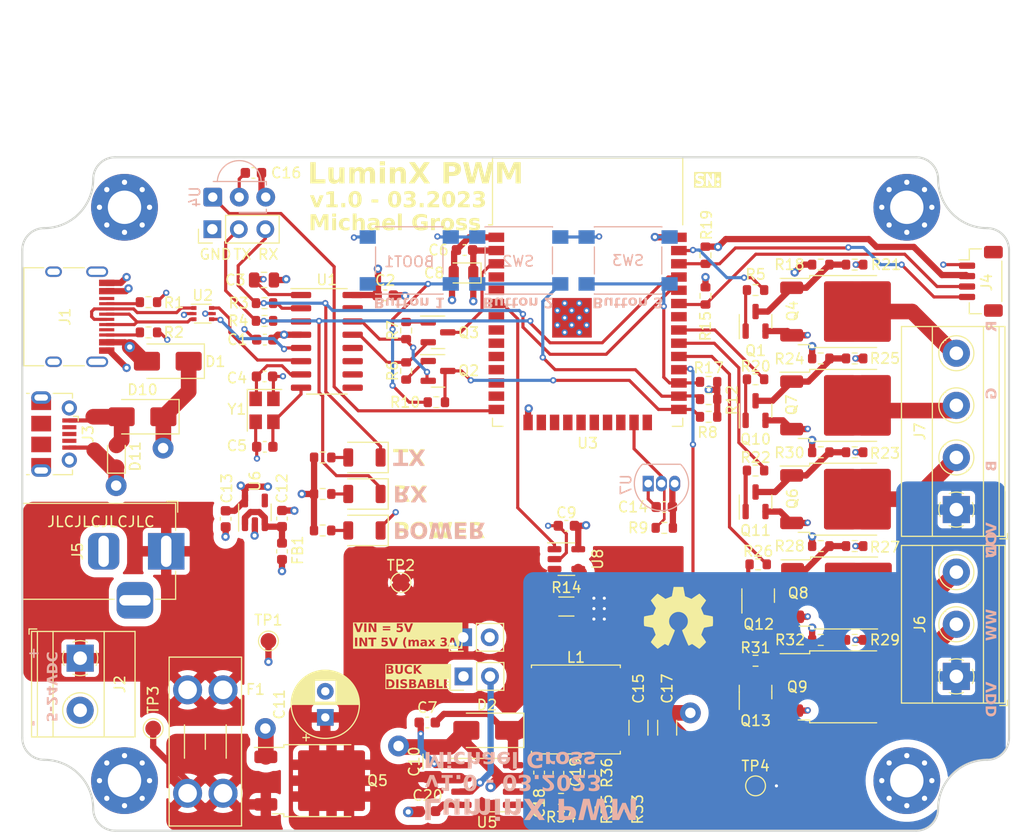
<source format=kicad_pcb>
(kicad_pcb (version 20221018) (generator pcbnew)
  (title_block (title "LuminX PWM") (date "2023-03-27") (rev "1.0") (company "Michael Gross"))
  (layers (0 "F.Cu" signal "Front") (1 "In1.Cu" signal) (2 "In2.Cu" signal) (31 "B.Cu" signal "Back") (34 "B.Paste" user) (35 "F.Paste" user) (36 "B.SilkS" user "B.Silkscreen") (37 "F.SilkS" user "F.Silkscreen") (38 "B.Mask" user) (39 "F.Mask" user) (44 "Edge.Cuts" user))
  (net 0 "")
  (net 1 "Net-(BOOT1-Pad1)")
  (net 2 "+3V3")
  (net 3 "GND")
  (net 4 "+5V")
  (net 5 "VOUT_LED")
  (net 6 "VIN")
  (net 7 "USB_D+")
  (net 8 "USB_D-")
  (net 9 "IO0")
  (net 10 "Net-(D4-A)")
  (net 11 "EN")
  (net 12 "SW2")
  (net 13 "SW3")
  (net 14 "Net-(D5-A)")
  (net 15 "Net-(D6-A)")
  (net 16 "Net-(J1-CC1)")
  (net 18 "/Power+USB/VBUS_MICROUSB")
  (net 19 "Net-(J1-CC2)")
  (net 27 "Net-(Q2-B)")
  (net 28 "Net-(Q3-B)")
  (net 29 "Net-(U1-TXD)")
  (net 30 "Net-(U1-RXD)")
  (net 32 "IR_CTRL")
  (net 50 "ESP32_TX")
  (net 51 "ESP32_RX")
  (net 52 "/ESP32+CH340/CH340_XI")
  (net 53 "/ESP32+CH340/CH340_XO")
  (net 54 "Net-(U6-EN)")
  (net 55 "/Power+USB/VBUS_USBC")
  (net 56 "/Power+USB/D+")
  (net 57 "/Power+USB/D-")
  (net 58 "/Power+USB/VIN_RAW")
  (net 59 "/ESP32+CH340/nRTS")
  (net 60 "/ESP32+CH340/nDTR")
  (net 61 "TEMP")
  (net 62 "/Power+USB/VIN_RPP")
  (net 63 "SDA")
  (net 64 "SCL")
  (net 68 "V_CTRL_BLUE")
  (net 69 "V_CTRL_RED")
  (net 70 "V_CTRL_GREEN")
  (net 71 "V_CTRL_CW")
  (net 73 "V_CTRL_WW")
  (net 74 "Net-(D2-K)")
  (net 75 "V-_CW")
  (net 76 "V-_WW")
  (net 77 "V-_RED")
  (net 78 "Net-(Q1-B)")
  (net 79 "Net-(Q1-C)")
  (net 80 "V-_BLUE")
  (net 81 "V-_GREEN")
  (net 82 "Net-(Q11-C)")
  (net 83 "Net-(Q10-C)")
  (net 84 "Net-(Q12-C)")
  (net 85 "Net-(Q13-C)")
  (net 86 "Net-(Q10-B)")
  (net 87 "Net-(Q11-B)")
  (net 88 "Net-(Q12-B)")
  (net 89 "Net-(Q13-B)")
  (net 90 "Net-(U5-COMP)")
  (net 91 "Net-(C19-Pad1)")
  (net 92 "Net-(U5-SS)")
  (net 93 "Net-(JP1-B)")
  (net 94 "Net-(U5-VSENSE)")
  (net 95 "Net-(R35-Pad1)")
  (net 96 "V_SENSE")
  (net 97 "Net-(U5-BOOT)")
  (footprint "Diode_SMD:D_SMA" (layer "F.Cu") (at 104.225 95.5925 180)
    (fp_text reference "D10")
    (fp_text value "SS34")
  )
  (footprint "TestPoint:TestPoint_Pad_D1.5mm" (layer "F.Cu") (at 116.3 117.1)
    (fp_text reference "TP1")
    (fp_text value "TestPoint")
  )
  (footprint "Connector_PinHeader_2.54mm:PinHeader_1x03_P2.54mm_Vertical" (layer "F.Cu") (at 110.92 77.6 90)
    (fp_text reference "J9" hide)
    (fp_text value "Conn_01x03_Pin")
  )
  (footprint "Resistor_SMD:R_0603_1608Metric" (layer "F.Cu") (at 158.5 93.9 180)
    (fp_text reference "R12")
    (fp_text value "10k")
  )
  (footprint "Resistor_SMD:R_0603_1608Metric" (layer "F.Cu") (at 121.4925 106.5)
    (fp_text reference "R16" hide)
    (fp_text value "1k")
  )
  (footprint "TestPoint:TestPoint_Pad_D1.5mm" (layer "F.Cu") (at 163 131)
    (fp_text reference "TP4")
    (fp_text value "TestPoint")
  )
  (footprint "Crystal:Crystal_SMD_3225-4Pin_3.2x2.5mm" (layer "F.Cu") (at 115.925 94.975 -90)
    (fp_text reference "Y1")
    (fp_text value "12MHz")
  )
  (footprint "Resistor_SMD:R_0603_1608Metric" (layer "F.Cu") (at 129.5 91.2 -90)
    (fp_text reference "R6")
    (fp_text value "10k")
  )
  (footprint "Resistor_SMD:R_0603_1608Metric" (layer "F.Cu") (at 150.025 133.25 90)
    (fp_text reference "R33")
    (fp_text value "10k")
  )
  (footprint "Resistor_SMD:R_0603_1608Metric" (layer "F.Cu") (at 147.1 129.75 -90)
    (fp_text reference "R36")
    (fp_text value "680")
  )
  (footprint "Package_SO:SOIC-16_3.9x9.9mm_P1.27mm" (layer "F.Cu") (at 121.9 88.36)
    (fp_text reference "U1")
    (fp_text value "CH340G")
  )
  (footprint "Resistor_SMD:R_0603_1608Metric" (layer "F.Cu") (at 115.925 84.695 180)
    (fp_text reference "R3")
    (fp_text value "470R")
  )
  (footprint "MountingHole:MountingHole_3.2mm_M3_Pad_Via" (layer "F.Cu") (at 102.5 130.5)
    (fp_text reference "H4" hide)
    (fp_text value "MountingHole")
  )
  (footprint "Diode_SMD:D_SMA" (layer "F.Cu") (at 137.275 125.675 180)
    (fp_text reference "D2")
    (fp_text value "SS54")
  )
  (footprint "Connector_JST:JST_SH_BM04B-SRSS-TB_1x04-1MP_P1.00mm_Vertical" (layer "F.Cu") (at 184.6 82.6 -90)
    (fp_text reference "J4")
    (fp_text value "Conn_01x04_Pin")
  )
  (footprint "Symbol:OSHW-Symbol_6.7x6mm_SilkScreen" (layer "F.Cu") (at 155.6 114.9)
    (fp_text reference "REF**" hide)
    (fp_text value "OSHW-Symbol_6.7x6mm_SilkScreen" hide)
  )
  (footprint "Resistor_SMD:R_0603_1608Metric" (layer "F.Cu") (at 158.2 84 -90)
    (fp_text reference "R15")
    (fp_text value "4k7")
  )
  (footprint "Capacitor_SMD:C_0603_1608Metric" (layer "F.Cu") (at 114.86 72.2 180)
    (fp_text reference "C16")
    (fp_text value "100n")
  )
  (footprint "LED_SMD:LED_1206_3216Metric_ReverseMount_Hole1.8x2.4mm" (layer "F.Cu") (at 125.5 99.5 180)
    (fp_text reference "D5" hide)
    (fp_text value "GREEN")
  )
  (footprint "Resistor_SMD:R_0603_1608Metric" (layer "F.Cu") (at 169.25 99 180)
    (fp_text reference "R30")
    (fp_text value "10k")
  )
  (footprint "Connector_USB:USB_C_Receptacle_HRO_TYPE-C-31-M-12" (layer "F.Cu") (at 96.75 86 -90)
    (fp_text reference "J1")
    (fp_text value "USB_C_Receptacle_USB2.0")
  )
  (footprint "Fuse:Fuseholder_Blade_Mini_Keystone_3568" (layer "F.Cu") (at 111.95 121.79 -90)
    (fp_text reference "F1")
    (fp_text value "10A")
  )
  (footprint "Package_TO_SOT_SMD:TO-252-2" (layer "F.Cu") (at 171.5 103.5)
    (fp_text reference "Q6")
    (fp_text value "IRLR8726")
  )
  (footprint "Capacitor_SMD:C_0603_1608Metric" (layer "F.Cu") (at 154.25 104.25 180)
    (fp_text reference "C14")
    (fp_text value "100n")
  )
  (footprint "Capacitor_SMD:C_1206_3216Metric" (layer "F.Cu") (at 132.025 128.675 90)
    (fp_text reference "C10")
    (fp_text value "10u")
  )
  (footprint "Resistor_SMD:R_0603_1608Metric" (layer "F.Cu") (at 163.25 109.75 180)
    (fp_text reference "R26")
    (fp_text value "1k")
  )
  (footprint "Capacitor_SMD:C_0603_1608Metric" (layer "F.Cu") (at 131.525 124.925)
    (fp_text reference "C7")
    (fp_text value "100n")
  )
  (footprint "Package_TO_SOT_SMD:SOT-23" (layer "F.Cu") (at 132.555 91.195)
    (fp_text reference "Q2")
    (fp_text value "BC847")
  )
  (footprint "Resistor_SMD:R_0603_1608Metric" (layer "F.Cu") (at 158.5 95.6 180)
    (fp_text reference "R8")
    (fp_text value "10k")
  )
  (footprint "Resistor_SMD:R_0603_1608Metric" (layer "F.Cu") (at 144.35 132.25 180)
    (fp_text reference "R34")
    (fp_text value "33k")
  )
  (footprint "Resistor_SMD:R_0603_1608Metric" (layer "F.Cu") (at 169.25 90 180)
    (fp_text reference "R24")
    (fp_text value "10k")
  )
  (footprint "Capacitor_SMD:C_0603_1608Metric" (layer "F.Cu") (at 131.55 133.425 180)
    (fp_text reference "C20")
    (fp_text value "8n2")
  )
  (footprint "Capacitor_SMD:C_0603_1608Metric" (layer "F.Cu") (at 115.95 88.195 180)
    (fp_text reference "C1")
    (fp_text value "100n")
  )
  (footprint "Package_TO_SOT_SMD:SOT-23" (layer "F.Cu") (at 163 103.75 90)
    (fp_text reference "Q11")
    (fp_text value "BC847")
  )
  (footprint "Capacitor_SMD:C_0603_1608Metric" (layer "F.Cu") (at 127.5 83.945)
    (fp_text reference "C2")
    (fp_text value "100n")
  )
  (footprint "Resistor_SMD:R_0603_1608Metric" (layer "F.Cu") (at 121.5 103)
    (fp_text reference "R11" hide)
    (fp_text value "1k")
  )
  (footprint "Capacitor_SMD:C_1206_3216Metric" (layer "F.Cu") (at 151.775 125.425 -90)
    (fp_text reference "C15")
    (fp_text value "22u")
  )
  (footprint "MountingHole:MountingHole_3.2mm_M3_Pad_Via" (layer "F.Cu") (at 102.5 75.5)
    (fp_text reference "H1" hide)
    (fp_text value "MountingHole")
  )
  (footprint "Diode_SMD:D_SMA" (layer "F.Cu") (at 106.65 90.2625 180)
    (fp_text reference "D1")
    (fp_text value "SS34")
  )
  (footprint "Capacitor_SMD:C_0603_1608Metric" (layer "F.Cu") (at 144.1 129.75 90)
    (fp_text reference "C19")
    (fp_text value "1n")
  )
  (footprint "Package_TO_SOT_SMD:SOT-666" (layer "F.Cu") (at 110 85.7)
    (fp_text reference "U2")
    (fp_text value "USBLC6-2P6")
  )
  (footprint "Package_TO_SOT_SMD:TO-252-2" (layer "F.Cu") (at 171.5 85.5)
    (fp_text reference "Q4")
    (fp_text value "IRLR8726")
  )
  (footprint "Connector_BarrelJack:BarrelJack_Horizontal" (layer "F.Cu") (at 106.5 108.5)
    (fp_text reference "J5")
    (fp_text value "Barrel_Jack_Switch")
  )
  (footprint "Resistor_SMD:R_0603_1608Metric" (layer "F.Cu") (at 172.5 99 180)
    (fp_text reference "R23")
    (fp_text value "100k")
  )
  (footprint "Diode_SMD:D_0805_2012Metric" (layer "F.Cu") (at 135 81.8 180)
    (fp_text reference "C8")
    (fp_text value "10u")
  )
  (footprint "Package_TO_SOT_SMD:SOT-23" (layer "F.Cu") (at 163 86.4375 90)
    (fp_text reference "Q1")
    (fp_text value "BC847")
  )
  (footprint "Resistor_SMD:R_0603_1608Metric" (layer "F.Cu") (at 158.2 80.1 -90)
    (fp_text reference "R19")
    (fp_text value "4k7")
  )
  (footprint "Resistor_SMD:R_0603_1608Metric" (layer "F.Cu") (at 163 83.4375 180)
    (fp_text reference "R5")
    (fp_text value "1k")
  )
  (footprint "TerminalBlock_Phoenix:TerminalBlock_Phoenix_MKDS-1,5-2_1x02_P5.00mm_Horizontal" (layer "F.Cu") (at 98.25 118.75 -90)
    (fp_text reference "J2")
    (fp_text value "5mm Screw Terminal")
  )
  (footprint "Package_TO_SOT_SMD:SOT-23-5" (layer "F.Cu") (at 144.8625 109.25)
    (fp_text reference "U8")
    (fp_text value "INA180A1")
  )
  (footprint "Connector_PinHeader_2.54mm:PinHeader_1x02_P2.54mm_Vertical" (layer "F.Cu") (at 135 120.5 90)
    (fp_text reference "JP1" hide)
    (fp_text value "Jumper_2_Open")
  )
  (footprint "Resistor_SMD:R_0603_1608Metric" (layer "F.Cu") (at 158.5 92.25 180)
    (fp_text reference "R17")
    (fp_text value "10k")
  )
  (footprint "LED_SMD:LED_1206_3216Metric_ReverseMount_Hole1.8x2.4mm" (layer "F.Cu") (at 125.5 103 180)
    (fp_text reference "D4" hide)
    (fp_text value "YELLOW")
  )
  (footprint "Resistor_SMD:R_0603_1608Metric" (layer "F.Cu") (at 154.25 106.25 180)
    (fp_text reference "R9")
    (fp_text value "10k")
  )
  (footprint "Resistor_SMD:R_0603_1608Metric" (layer "F.Cu") (at 104.8 84.6)
    (fp_text reference "R1")
    (fp_text value "5k1")
  )
  (footprint "Package_TO_SOT_SMD:SOT-23" (layer "F.Cu") (at 132.555 87.495)
    (fp_text reference "Q3")
    (fp_text value "BC847")
  )
  (footprint "Package_TO_SOT_SMD:TO-252-2" (layer "F.Cu") (at 171.5 121.5)
    (fp_text reference "Q9")
    (fp_text value "IRLR8726")
  )
  (footprint "Resistor_SMD:R_0603_1608Metric" (layer "F.Cu") (at 172.5 108 180)
    (fp_text reference "R27")
    (fp_text value "100k")
  )
  (footprint "Inductor_SMD:L_0603_1608Metric" (layer "F.Cu") (at 117.6 108.5 90)
    (fp_text reference "FB1")
    (fp_text value "100R")
  )
  (footprint "Connector_USB:USB_Micro-B_Molex-105017-0001" (layer "F.Cu") (at 95.75 97.25 -90)
    (fp_text reference "J3")
    (fp_text value "USB_B_Micro")
  )
  (footprint "Resistor_SMD:R_0603_1608Metric" (layer "F.Cu") (at 121.5 99.5)
    (fp_text reference "R13" hide)
    (fp_text value "1k")
  )
  (footprint "Resistor_SMD:R_0603_1608Metric" (layer "F.Cu") (at 115.925 86.395 180)
    (fp_text reference "R4")
    (fp_text value "470R")
  )
  (footprint "TestPoint:TestPoint_Pad_D1.5mm" (layer "F.Cu") (at 129 111.5)
    (fp_text reference "TP2")
    (fp_text value "TestPoint")
  )
  (footprint "Capacitor_SMD:C_1206_3216Metric" (layer "F.Cu") (at 154.525 125.425 -90)
    (fp_text reference "C17")
    (fp_text value "22u")
  )
  (footprint "MountingHole:MountingHole_3.2mm_M3_Pad_Via" (layer "F.Cu") (at 177.5 75.5)
    (fp_text reference "He" hide)
    (fp_text value "MountingHole")
  )
  (footprint "RF_Module:ESP32-WROOM-32D" (layer "F.Cu") (at 146.9 86.63)
    (fp_text reference "U3")
    (fp_text value "ESP32-WROOM-32D")
  )
  (footprint "Package_SO:SOIC-8_3.9x4.9mm_P1.27mm" (layer "F.Cu") (at 137.275 130.925)
    (fp_text reference "U5")
    (fp_text value "TPS54332")
  )
  (footprint "Resistor_SMD:R_0603_1608Metric" (layer "F.Cu") (at 172.5 90 180)
    (fp_text reference "R25")
    (fp_text value "100k")
  )
  (footprint "Inductor_SMD:L_Sunlord_SWPA8040S" (layer "F.Cu") (at 145.775 123.675)
    (fp_text reference "L1")
    (fp_text value "10u/3A")
  )
  (footprint "MountingHole:MountingHole_3.2mm_M3_Pad_Via" (layer "F.Cu") (at 177.5 130.5)
    (fp_text reference "H3" hide)
    (fp_text value "MountingHole")
  )
  (footprint "Capacitor_SMD:C_0603_1608Metric" (layer "F.Cu") (at 135.1 79.6 180)
    (fp_text reference "C6")
    (fp_text value "100n")
  )
  (footprint "Resistor_SMD:R_0603_1608Metric" (layer "F.Cu") (at 104.8 87.5)
    (fp_text reference "R2")
    (fp_text value "5k1")
  )
  (footprint "Resistor_SMD:R_0603_1608Metric" (layer "F.Cu") (at 169.25 81 180)
    (fp_text reference "R18")
    (fp_text value "10k")
  )
  (footprint "TestPoint:TestPoint_Pad_D1.5mm" (layer "F.Cu") (at 105.25 125.5)
    (fp_text reference "TP3")
    (fp_text value "TestPoint")
  )
  (footprint "Resistor_SMD:R_0603_1608Metric" (layer "F.Cu") (at 147.1 133.25 -90)
    (fp_text reference "R35")
    (fp_text value "1k2")
  )
  (footprint "Resistor_SMD:R_0603_1608Metric" (layer "F.Cu") (at 172.5 117 180)
    (fp_text reference "R29")
    (fp_text value "100k")
  )
  (footprint "Resistor_SMD:R_0603_1608Metric" (layer "F.Cu") (at 172.5 81 180)
    (fp_text reference "R21")
    (fp_text value "100k")
  )
  (footprint "Package_TO_SOT_SMD:SOT-23" (layer "F.Cu") (at 163.25 112.75 90)
    (fp_text reference "Q12")
    (fp_text value "BC847")
  )
  (footprint "Resistor_SMD:R_0603_1608Metric" (layer "F.Cu") (at 169.25 108 180)
    (fp_text reference "R28")
    (fp_text value "10k")
  )
  (footprint "Resistor_SMD:R_0603_1608Metric" (layer "F.Cu") (at 132.4 94.2 180)
    (fp_text reference "R10")
    (fp_text value "470R")
  )
  (footprint "Resistor_SMD:R_0603_1608Metric" (layer "F.Cu") (at 129.5 87.325 90)
    (fp_text reference "R7")
    (fp_text value "10k")
  )
  (footprint "Diode_SMD:D_SOD-323" (layer "F.Cu") (at 101.725 99.3925 90)
    (fp_text reference "D11")
    (fp_text value "SD12C")
  )
  (footprint "Capacitor_SMD:C_0603_1608Metric" (layer "F.Cu") (at 115.925 91.725)
    (fp_text reference "C4")
    (fp_text value "30p")
  )
  (footprint "Capacitor_SMD:C_0603_1608Metric" (layer "F.Cu") (at 144.8625 106.05 180)
    (fp_text reference "C9")
    (fp_text value "100n")
  )
  (footprint "Capacitor_THT:CP_Radial_D6.3mm_P2.50mm" (layer "F.Cu") (at 121.75 124.43238 90)
    (fp_text reference "C11")
    (fp_text value "100u/35V")
  )
  (footprint "Package_TO_SOT_SMD:TO-252-2" (layer "F.Cu") (at 171.5 94.5)
    (fp_text reference "Q7")
    (fp_text value "IRLR8726")
  )
  (footprint "TerminalBlock_Phoenix:TerminalBlock_Phoenix_MKDS-1,5-4_1x04_P5.00mm_Horizontal" (layer "F.Cu") (at 182.25 104.5 90)
    (fp_text reference "J7")
    (fp_text value "5mm Screw Terminal")
  )
  (footprint "Resistor_SMD:R_0603_1608Metric" (layer "F.Cu") (at 163 119 180)
    (fp_text reference "R31")
    (fp_text value "1k")
  )
  (footprint "Resistor_SMD:R_0603_1608Metric" (layer "F.Cu") (at 169.25 117 180)
    (fp_text reference "R32")
    (fp_text value "10k")
  )
  (footprint "Capacitor_SMD:C_0603_1608Metric" (layer "F.Cu") (at 142.25 129.725 90)
    (fp_text reference "C18")
    (fp_text value "10p")
  )
  (footprint "TerminalBlock_Phoenix:TerminalBlock_Phoenix_MKDS-1,5-3_1x03_P5.00mm_Horizontal" (layer "F.Cu") (at 182.25 120.5 90)
    (fp_text reference "J6")
    (fp_text value "Screw_Terminal_01x03")
  )
  (footprint "Package_TO_SOT_SMD:SOT-23" (layer "F.Cu") (at 163 122 90)
    (fp_text reference "Q13")
    (fp_text value "BC847")
  )
  (footprint "Resistor_SMD:R_0603_1608Metric" (layer "F.Cu") (at 163 92 180)
    (fp_text reference "R20")
    (fp_text value "1k")
  )
  (footprint "LED_SMD:LED_1206_3216Metric_ReverseMount_Hole1.8x2.4mm" (layer "F.Cu") (at 125.5 106.5 180)
    (fp_text reference "D6" hide)
    (fp_text value "GREEN")
  )
  (footprint "Package_TO_SOT_SMD:TO-252-2" (layer "F.Cu") (at 121.09 130.5)
    (fp_text reference "Q5")
    (fp_text value "WSF70P03")
  )
  (footprint "Capacitor_SMD:C_0603_1608Metric" (layer "F.Cu") (at 117.6 105.3625 90)
    (fp_text reference "C12")
    (fp_text value "1u")
  )
  (footprint "Capacitor_SMD:C_0603_1608Metric" (layer "F.Cu") (at 115.95 98.475 180)
    (fp_text reference "C5")
    (fp_text value "30p")
  )
  (footprint "Package_TO_SOT_SMD:TO-252-2" (layer "F.Cu") (at 171.59 112.5)
    (fp_text reference "Q8")
    (fp_text value "IRLR8726")
  )
  (footprint "Package_TO_SOT_SMD:SOT-23-5" (layer "F.Cu") (at 115 104.7625 90)
    (fp_text reference "U6")
    (fp_text value "AP2112K-3.3")
  )
  (footprint "Connector_PinHeader_2.54mm:PinHeader_1x02_P2.54mm_Vertical" (layer "F.Cu") (at 134.97 116.75 90)
    (fp_text reference "JP3" hide)
    (fp_text value "Jumper_2_Open")
  )
  (footprint "Capacitor_SMD:C_0805_2012Metric" (layer "F.Cu") (at 115.875 82.475 180)
    (fp_text reference "C3")
    (fp_text value "10u")
  )
  (footprint "Package_TO_SOT_SMD:SOT-23" (layer "F.Cu") (at 163 95 90)
    (fp_text reference "Q10")
    (fp_text value "BC847")
  )
  (footprint "Capacitor_SMD:C_0603_1608Metric" (layer "F.Cu") (at 112.2 105.3875 -90)
    (fp_text reference "C13")
    (fp_text value "1u")
  )
  (footprint "Resistor_SMD:R_0603_1608Metric" (layer "F.Cu") (at 163 100.75 180)
    (fp_text reference "R22")
    (fp_text value "1k")
  )
  (footprint "Resistor_SMD:R_1206_3216Metric" (layer "F.Cu") (at 144.8625 113.8)
    (fp_text reference "R14")
    (fp_text value "0.1R")
  )
  (footprint "Package_TO_SOT_THT:TO-92_Inline" (layer "B.Cu") (at 152.71 102)
    (fp_text reference "U7")
    (fp_text value "DS18B20")
  )
  (footprint "Button_Switch_SMD:SW_SPST_PTS645" (layer "B.Cu") (at 129.8 80.6)
    (fp_text reference "BOOT1")
    (fp_text value "SW_Push")
  )
  (footprint "Button_Switch_SMD:SW_SPST_PTS645" (layer "B.Cu") (at 140.3 80.6)
    (fp_text reference "SW2")
    (fp_text value "SW_Push")
  )
  (footprint "OptoDevice:Vishay_MINICAST-3Pin" (layer "B.Cu") (at 110.96 74.525)
    (fp_text reference "U4")
    (fp_text value "TSOP382xx")
  )
  (footprint "Button_Switch_SMD:SW_SPST_PTS645" (layer "B.Cu") (at 150.78 80.6)
    (fp_text reference "SW3")
    (fp_text value "SW_Push")
  )
  (gr_arc (start 180.50013 133.200162) (mid 179.884937 134.684946) (end 178.400148 135.300148) (stroke (width 0.2)) (layer "Edge.Cuts"))
  (gr_arc (start 101.599851 135.300148) (mid 100.115031 134.685176) (end 99.499851 133.200442) (stroke (width 0.2)) (layer "Edge.Cuts"))
  (gr_arc (start 178.399851 70.700148) (mid 179.884671 71.31512) (end 180.499851 72.799854) (stroke (width 0.2)) (layer "Edge.Cuts"))
  (gr_arc (start 185.199865 77.499869) (mid 181.876682 76.123061) (end 180.499851 72.799854) (stroke (width 0.2)) (layer "Edge.Cuts"))
  (gr_line (start 92.699851 79.600148) (end 92.69985 126.400445) (stroke (width 0.2)) (layer "Edge.Cuts"))
  (gr_arc (start 94.799837 128.500427) (mid 93.315023 127.885264) (end 92.69985 126.400445) (stroke (width 0.2)) (layer "Edge.Cuts"))
  (gr_arc (start 180.50013 133.200162) (mid 181.876932 129.876944) (end 185.200144 128.500148) (stroke (width 0.2)) (layer "Edge.Cuts"))
  (gr_arc (start 99.499571 72.800134) (mid 98.122777 76.123354) (end 94.799557 77.500148) (stroke (width 0.2)) (layer "Edge.Cuts"))
  (gr_arc (start 185.199865 77.499869) (mid 186.684679 78.115032) (end 187.299851 79.599851) (stroke (width 0.2)) (layer "Edge.Cuts"))
  (gr_arc (start 187.299851 126.400148) (mid 186.684879 127.884969) (end 185.200144 128.500148) (stroke (width 0.2)) (layer "Edge.Cuts"))
  (gr_line (start 178.399851 70.700148) (end 101.599553 70.700148) (stroke (width 0.2)) (layer "Edge.Cuts"))
  (gr_arc (start 99.499571 72.800134) (mid 100.114734 71.31532) (end 101.599553 70.700148) (stroke (width 0.2)) (layer "Edge.Cuts"))
  (gr_line (start 101.599851 135.300148) (end 178.400148 135.300148) (stroke (width 0.2)) (layer "Edge.Cuts"))
  (gr_arc (start 94.799837 128.500427) (mid 98.12302 129.877235) (end 99.499851 133.200442) (stroke (width 0.2)) (layer "Edge.Cuts"))
  (gr_line (start 187.299851 126.400148) (end 187.299851 79.599851) (stroke (width 0.2)) (layer "Edge.Cuts"))
  (gr_arc (start 92.699851 79.600148) (mid 93.314823 78.115328) (end 94.799557 77.500148) (stroke (width 0.2)) (layer "Edge.Cuts"))
  (gr_text "Button 1" (at 129.8 84 180) (layer "B.SilkS") (effects (font (size 1 1) (thickness 0.2) bold) (justify bottom mirror)))
  (gr_text "Michael Gross" (at 131.181578 127.5 180) (layer "B.SilkS") (effects (font (size 1.5 1.5) (thickness 0.2) bold) (justify left bottom mirror)))
  (gr_text "v1.0 - 03.2023" (at 131.281578 129.7 180) (layer "B.SilkS") (effects (font (size 1.5 1.5) (thickness 0.2) bold) (justify left bottom mirror)))
  (gr_text "LuminX PWM" (at 131.081578 131.9 180) (layer "B.SilkS") (effects (font (size 2 2) (thickness 0.4) bold) (justify left bottom mirror)))
  (gr_text "RX" (at 128.25 102 -180) (layer "B.SilkS") (effects (font (size 1.524 1.524) (thickness 0.3048) bold) (justify left bottom mirror)))
  (gr_text "CW          WW        VDD" (at 186.25 115.5 90) (layer "B.SilkS") (effects (font (size 1 1) (thickness 0.2) bold) (justify bottom mirror)))
  (gr_text "Button 3" (at 150.75 84 180) (layer "B.SilkS") (effects (font (size 1 1) (thickness 0.2) bold) (justify bottom mirror)))
  (gr_text "R           G            B          VDD" (at 186.25 97.75 90) (layer "B.SilkS") (effects (font (size 1 1) (thickness 0.2) bold) (justify bottom mirror)))
  (gr_text "POWER" (at 128.25 105.5 180) (layer "B.SilkS") (effects (font (size 1.524 1.524) (thickness 0.3048) bold) (justify left bottom mirror)))
  (gr_text "TX" (at 128.25 98.5 -180) (layer "B.SilkS") (effects (font (size 1.524 1.524) (thickness 0.3048) bold) (justify left bottom mirror)))
  (gr_text "Button 2" (at 140.25 84 180) (layer "B.SilkS") (effects (font (size 1 1) (thickness 0.2) bold) (justify bottom mirror)))
  (gr_text "5-24VDC\n-            +" (at 93.2 121.5 270) (layer "B.SilkS") (effects (font (size 1 1) (thickness 0.2) bold) (justify bottom mirror)))
  (gr_text "VIN = 5V\nINT 5V (max 3A)" (at 124.495 117.75) (layer "F.SilkS" knockout) (effects (font (size 0.8128 0.8128) (thickness 0.1524) bold) (justify left bottom)))
  (gr_text "RX" (at 128.25 104) (layer "F.SilkS") (effects (font (size 1.524 1.524) (thickness 0.3048) bold) (justify left bottom)))
  (gr_text "TX" (at 112.85 80.6) (layer "F.SilkS") (effects (font (size 1 1)) (justify left bottom)))
  (gr_text "POWER" (at 128.25 107.5) (layer "F.SilkS") (effects (font (size 1.524 1.524) (thickness 0.3048) bold) (justify left bottom)))
  (gr_text "GND" (at 109.6 80.6) (layer "F.SilkS") (effects (font (size 1 1)) (justify left bottom)))
  (gr_text "LuminX PWM" (at 120.05 73.55) (layer "F.SilkS") (effects (font (size 2 2) (thickness 0.4) bold) (justify left bottom)))
  (gr_text "TX" (at 128.25 100.5) (layer "F.SilkS") (effects (font (size 1.524 1.524) (thickness 0.3048) bold) (justify left bottom)))
  (gr_text "RX" (at 115.2 80.6) (layer "F.SilkS") (effects (font (size 1 1)) (justify left bottom)))
  (gr_text "v1.0 - 03.2023" (at 120.25 75.75) (layer "F.SilkS") (effects (font (size 1.5 1.5) (thickness 0.2) bold) (justify left bottom)))
  (gr_text "JLCJLCJLCJLC" (at 95 106.25) (layer "F.SilkS") (effects (font (size 1 1)) (justify left bottom)))
  (gr_text "Michael Gross" (at 120.15 77.95) (layer "F.SilkS") (effects (font (size 1.5 1.5) (thickness 0.2) bold) (justify left bottom)))
  (gr_text "SN:					" (at 157 73.5) (layer "F.SilkS" knockout) (effects (font (size 1 1) (thickness 0.25) bold) (justify left bottom)))
  (gr_text "BUCK\nDISBABLE" (at 127.5 121.75) (layer "F.SilkS" knockout) (effects (font (size 0.8128 0.8128) (thickness 0.1524) bold) (justify left bottom)))
  (segment (start 128.2 87.2) (end 128.2 86.260661) (width 0.3) (layer "F.Cu") (net 1))
  (segment (start 128.2 86.260661) (end 131.6 82.860661) (width 0.3) (layer "F.Cu") (net 1))
  (segment (start 129.8 94.2) (end 131.575 94.2) (width 0.3) (layer "F.Cu") (net 1))
  (segment (start 128.2 92.6) (end 129.8 94.2) (width 0.3) (layer "F.Cu") (net 1))
  (segment (start 131.6 82.860661) (end 131.6 82.85) (width 0.3) (layer "F.Cu") (net 1))
  (via (at 131.6 82.85) (size 0.6) (drill 0.3) (layers "F.Cu" "B.Cu") (net 1))
  (via (at 128.2 87.2) (size 0.6) (drill 0.3) (layers "F.Cu" "B.Cu") (net 1))
  (via (at 128.2 92.6) (size 0.6) (drill 0.3) (layers "F.Cu" "B.Cu") (net 1))
  (segment (start 128.2 92.6) (end 128.2 87.2) (width 0.3) (layer "B.Cu") (net 1))
  (segment (start 131.6 82.85) (end 133.78 82.85) (width 0.3) (layer "B.Cu") (net 1))
  (segment (start 125.82 82.85) (end 131.6 82.85) (width 0.3) (layer "B.Cu") (net 1))
  (segment (start 146 106.4125) (end 145.6375 106.05) (width 0.6) (layer "F.Cu") (net 2))
  (segment (start 155.025 102.225) (end 155.25 102) (width 0.6) (layer "F.Cu") (net 2))
  (segment (start 112.2 104.6125) (end 113.0625 104.6125) (width 0.6) (layer "F.Cu") (net 2))
  (segment (start 126.8 81.4) (end 126.8 83.87) (width 0.6) (layer "F.Cu") (net 2))
  (segment (start 124.375 83.915) (end 126.695 83.915) (width 0.6) (layer "F.Cu") (net 2))
  (segment (start 135.925 79.65) (end 135.875 79.6) (width 0.6) (layer "F.Cu") (net 2))
  (segment (start 183.175 82) (end 180.868629 82) (width 0.6) (layer "F.Cu") (net 2))
  (segment (start 120.6675 103.0075) (end 120.675 103) (width 0.6) (layer "F.Cu") (net 2))
  (segment (start 155.075 104.3) (end 155.025 104.25) (width 0.6) (layer "F.Cu") (net 2))
  (segment (start 120.675 99.5) (end 120.675 103) (width 0.6) (layer "F.Cu") (net 2))
  (segment (start 160.1495 78.5505) (end 159.4 79.3) (width 0.6) (layer "F.Cu") (net 2))
  (segment (start 159.325 93) (end 159.325 92.25) (width 0.6) (layer "F.Cu") (net 2))
  (segment (start 173.8505 78.5505) (end 160.1495 78.5505) (width 0.6) (layer "F.Cu") (net 2))
  (segment (start 119.425 87.725) (end 117.195 87.725) (width 0.6) (layer "F.Cu") (net 2))
  (segment (start 126.8 83.87) (end 126.725 83.945) (width 0.6) (layer "F.Cu") (net 2))
  (segment (start 126.695 83.915) (end 126.725 83.945) (width 0.6) (layer "F.Cu") (net 2))
  (segment (start 138.15 79.65) (end 135.925 79.65) (width 0.6) (layer "F.Cu") (net 2))
  (segment (start 114.35 102.3) (end 116.25 102.3) (width 0.6) (layer "F.Cu") (net 2))
  (segment (start 159.375 79.275) (end 159.4 79.3) (width 0.6) (layer "F.Cu") (net 2))
  (segment (start 158.511532 93.008765) (end 158.520297 93) (width 0.6) (layer "F.Cu") (net 2))
  (segment (start 114.05 102.6) (end 113.65 102.2) (width 0.6) (layer "F.Cu") (net 2))
  (segment (start 180.868629 82) (end 178.168629 79.3) (width 0.6) (layer "F.Cu") (net 2))
  (segment (start 158.2 79.275) (end 159.375 79.275) (width 0.6) (layer "F.Cu") (net 2))
  (segment (start 146.7 106.05) (end 145.6375 106.05) (width 0.6) (layer "F.Cu") (net 2))
  (segment (start 120.6675 106.5) (end 120.6675 103.0075) (width 0.6) (layer "F.Cu") (net 2))
  (segment (start 155.075 106.25) (end 155.075 104.3) (width 0.6) (layer "F.Cu") (net 2))
  (segment (start 158.2 83.175) (end 158.2 82.2) (width 0.6) (layer "F.Cu") (net 2))
  (segment (start 183.275 82.1) (end 183.175 82) (width 0.6) (layer "F.Cu") (net 2))
  (segment (start 114.05 102.6) (end 114.35 102.3) (width 0.6) (layer "F.Cu") (net 2))
  (segment (start 135.9375 81.8) (end 135.9375 79.6625) (width 0.6) (layer "F.Cu") (net 2))
  (segment (start 159.325 93.9) (end 159.325 93) (width 0.6) (layer "F.Cu") (net 2))
  (segment (start 113.0625 104.6125) (end 114.05 103.625) (width 0.6) (layer "F.Cu") (net 2))
  (segment (start 135.9375 84.512) (end 135.9375 81.8) (width 0.6) (layer "F.Cu") (net 2))
  (segment (start 116.825 82.475) (end 117.925 82.475) (width 0.6) (layer "F.Cu") (net 2))
  (segment (start 174.6 79.3) (end 173.8505 78.5505) (width 0.6) (layer "F.Cu") (net 2))
  (segment (start 159.325 95.6) (end 159.325 93.9) (width 0.6) (layer "F.Cu") (net 2))
  (segment (start 116.04 74.525) (end 115.635 74.12) (width 0.6) (layer "F.Cu") (net 2))
  (segment (start 115.635 74.12) (end 115.635 72.2) (width 0.6) (layer "F.Cu") (net 2))
  (segment (start 158.520297 93) (end 159.325 93) (width 0.6) (layer "F.Cu") (net 2))
  (segment (start 135.9375 79.6625) (end 135.875 79.6) (width 0.6) (layer "F.Cu") (net 2))
  (segment (start 155.025 104.25) (end 155.025 102.225) (width 0.6) (layer "F.Cu") (net 2))
  (segment (start 178.168629 79.3) (end 174.6 79.3) (width 0.6) (layer "F.Cu") (net 2))
  (segment (start 146.75 106) (end 146.7 106.05) (width 0.6) (layer "F.Cu") (net 2))
  (segment (start 119.5 103) (end 120.675 103) (width 0.6) (layer "F.Cu") (net 2))
  (segment (start 117.195 87.725) (end 116.725 88.195) (width 0.6) (layer "F.Cu") (net 2))
  (segment (start 117.925 82.475) (end 118 82.4) (width 0.6) (layer "F.Cu") (net 2))
  (segment (start 114.05 103.625) (end 114.05 102.6) (width 0.6) (layer "F.Cu") (net 2))
  (segment (start 146 108.3) (end 146 106.4125) (width 0.6) (layer "F.Cu") (net 2))
  (via (at 158.511532 93.008765) (size 0.8) (drill 0.4) (layers "F.Cu" "B.Cu") (net 2))
  (via (at 117.8 87.725) (size 0.8) (drill 0.4) (layers "F.Cu" "B.Cu") (net 2))
  (via (at 146.75 106) (size 0.8) (drill 0.4) (layers "F.Cu" "B.Cu") (net 2))
  (via (at 118 82.4) (size 0.8) (drill 0.4) (layers "F.Cu" "B.Cu") (net 2))
  (via (at 159.4 79.3) (size 0.8) (drill 0.4) (layers "F.Cu" "B.Cu") (net 2))
  (via (at 158.2 82.2) (size 0.8) (drill 0.4) (layers "F.Cu" "B.Cu") (net 2))
  (via (at 126.8 81.4) (size 0.8) (drill 0.4) (layers "F.Cu" "B.Cu") (net 2))
  (via (at 116.25 102.3) (size 0.8) (drill 0.4) (layers "F.Cu" "B.Cu") (net 2))
  (via (at 135.9375 84.512) (size 0.8) (drill 0.4) (layers "F.Cu" "B.Cu") (net 2))
  (via (at 119.5 103) (size 0.8) (drill 0.4) (layers "F.Cu" "B.Cu") (net 2))
  (via (at 113.65 102.2) (size 0.8) (drill 0.4) (layers "F.Cu" "B.Cu") (net 2))
  (segment (start 183.275 81.1) (end 183.175 81) (width 0.3) (layer "F.Cu") (net 3))
  (segment (start 112.2 106.1625) (end 112.2 107.087501) (width 0.6) (layer "F.Cu") (net 3))
  (segment (start 153.475 104.25) (end 152.71 103.485) (width 0.3) (layer "F.Cu") (net 3))
  (segment (start 97.2125 98.55) (end 99.35 98.55) (width 0.4) (layer "F.Cu") (net 3))
  (segment (start 116.7 91.725) (end 117.675 91.725) (width 0.3) (layer "F.Cu") (net 3))
  (segment (start 155.65 78.38) (end 153.38 78.38) (width 0.6) (layer "F.Cu") (net 3))
  (segment (start 134.325 79.6) (end 134.1 79.825) (width 0.6) (layer "F.Cu") (net 3))
  (segment (start 128.875 127.275) (end 133.675 127.275) (width 1.5) (layer "F.Cu") (net 3))
  (segment (start 105.625 84.575) (end 106.5 83.7) (width 0.3) (layer "F.Cu") (net 3))
  (segment (start 151.35 127.75) (end 150.175 128.925) (width 1.5) (layer "F.Cu") (net 3))
  (segment (start 167.97 123.78) (end 168 123.75) (width 0.6) (layer "F.Cu") (net 3))
  (segment (start 127.05 106.5) (end 127.05 106.2) (width 0.3) (layer "F.Cu") (net 3))
  (segment (start 166.55 114.78) (end 167.97 114.78) (width 0.6) (layer "F.Cu") (net 3))
  (segment (start 133.675 127.275) (end 135.275 125.675) (width 1.5) (layer "F.Cu") (net 3))
  (segment (start 140.701852 130.265) (end 142.016852 128.95) (width 1) (layer "F.Cu") (net 3))
  (segment (start 141.25 94.8) (end 141.19 94.86) (width 0.6) (layer "F.Cu") (net 3))
  (segment (start 141.19 94.86) (end 141.19 96.14) (width 0.6) (layer "F.Cu") (net 3))
  (segment (start 135.125 126.125) (end 135.175 126.175) (width 0.6) (layer "F.Cu") (net 3))
  (segment (start 135.545 78.38) (end 134.325 79.6) (width 0.6) (layer "F.Cu") (net 3))
  (segment (start 115.175 99.575) (end 115.2 99.6) (width 0.3) (layer "F.Cu") (net 3))
  (segment (start 127.05 106.2) (end 128.5 104.75) (width 0.3) (layer "F.Cu") (net 3))
  (segment (start 142.016852 128.95) (end 142.25 128.95) (width 1) (layer "F.Cu") (net 3))
  (segment (start 165.4575 113.6875) (end 166.55 114.78) (width 0.6) (layer "F.Cu") (net 3))
  (segment (start 130.825 133.5) (end 129.7 133.5) (width 1) (layer "F.Cu") (net 3))
  (segment (start 142.275 128.925) (end 142.25 128.95) (width 1.5) (layer "F.Cu") (net 3))
  (segment (start 101.7 100.4675) (end 101.725 100.4425) (width 1.5) (layer "F.Cu") (net 3))
  (segment (start 144.0875 106.05) (end 143.1125 106.05) (width 0.3) (layer "F.Cu") (net 3))
  (segment (start 163.95 95.9375) (end 165.6175 95.9375) (width 0.6) (layer "F.Cu") (net 3))
  (segment (start 115.175 88.195) (end 114.995 88.195) (width 0.3) (layer "F.Cu") (net 3))
  (segment (start 102.15 82.75) (end 102.7 82.2) (width 0.6) (layer "F.Cu") (net 3))
  (segment (start 153.38 78.38) (end 153.35 78.35) (width 0.6) (layer "F.Cu") (net 3))
  (segment (start 116.05 125.55) (end 116 125.5) (width 1.5) (layer "F.Cu") (net 3))
  (segment (start 115.175 98.475) (end 115.175 99.575) (width 0.3) (layer "F.Cu") (net 3))
  (segment (start 138.15 78.38) (end 135.545 78.38) (width 0.6) (layer "F.Cu") (net 3))
  (segment (start 105.9 87.5) (end 106.6 88.2) (width 0.3) (layer "F.Cu") (net 3))
  (segment (start 138.615 130.265) (end 139.65 130.265) (width 1) (layer "F.Cu") (net 3))
  (segment (start 183.175 81) (end 181 81) (width 0.3) (layer "F.Cu") (net 3))
  (segment (start 173.325 108) (end 172.5745 108) (width 0.6) (layer "F.Cu") (net 3))
  (segment (start 167.97 114.78) (end 168 114.75) (width 0.6) (layer "F.Cu") (net 3))
  (segment (start 109.075 85.7) (end 108.318532 85.7) (width 0.3) (layer "F.Cu") (net 3))
  (segment (start 165.6175 122.9375) (end 166.46 123.78) (width 0.6) (layer "F.Cu") (net 3))
  (segment (start 144.8625 108.6375) (end 144.8625 106.825) (width 0.3) (layer "F.Cu") (net 3))
  (segment (start 119.425 83.915) (end 119.38 83.87) (width 0.3) (layer "F.Cu") (net 3))
  (segment (start 113.5 72.785) (end 113.5 74.525) (width 0.3) (layer "F.Cu") (net 3))
  (segment (start 114.085 72.2) (end 113.5 72.785) (width 0.3) (layer "F.Cu") (net 3))
  (segment (start 163.95 104.6875) (end 165.3675 104.6875) (width 0.6) (layer "F.Cu") (net 3))
  (segment (start 143.725 109.25) (end 144.25 109.25) (width 0.3) (layer "F.Cu") (net 3))
  (segment (start 165.3675 104.6875) (end 166.46 105.78) (width 0.6) (layer "F.Cu") (net 3))
  (segment (start 135.275 125.675) (end 135.275 126.925) (width 1) (layer "F.Cu") (net 3))
  (segment (start 166.46 96.78) (end 167.97 96.78) (width 0.6) (layer "F.Cu") (net 3))
  (segment (start 138.435 130.265) (end 137.6 131.1) (width 1) (layer "F.Cu") (net 3))
  (segment (start 173.325 117) (end 172.5745 117) (width 0.6) (layer "F.Cu") (net 3))
  (segment (start 128.275 83.945) (end 129.345 83.945) (width 0.6) (layer "F.Cu") (net 3))
  (segment (start 167.97 96.78) (end 168 96.75) (width 0.6) (layer "F.Cu") (net 3))
  (segment (start 105.625 84.6) (end 105.625 84.575) (width 0.3) (layer "F.Cu") (net 3))
  (segment (start 115.075 96.075) (end 115.075 98.375) (width 0.3) (layer "F.Cu") (net 3))
  (segment (start 134.1 81.7625) (end 134.0625 81.8) (width 0.6) (layer "F.Cu") (net 3))
  (segment (start 166.46 123.78) (end 167.97 123.78) (width 0.6) (layer "F.Cu") (net 3))
  (segment (start 163.95 87.375) (end 166.055 87.375) (width 0.6) (layer "F.Cu") (net 3))
  (segment (start 116.05 128.22) (end 116.05 125.55) (width 1.5) (layer "F.Cu") (net 3))
  (segment (start 115 82.4) (end 114.925 82.475) (width 0.6) (layer "F.Cu") (net 3))
  (segment (start 152.71 103.485) (end 152.71 102) (width 0.3) (layer "F.Cu") (net 3))
  (segment (start 114.995 88.195) (end 114 87.2) (width 0.3) (layer "F.Cu") (net 3))
  (segment (start 135.275 126.925) (end 138.615 130.265) (width 1) (layer "F.Cu") (net 3))
  (segment (start 144.8625 106.825) (end 144.0875 106.05) (width 0.3) (layer "F.Cu") (net 3))
  (segment (start 139.65 130.265) (end 140.701852 130.265) (width 1) (layer "F.Cu") (net 3))
  (segment (start 173.325 90) (end 172.5745 90) (width 0.6) (layer "F.Cu") (net 3))
  (segment (start 166.46 105.78) (end 167.97 105.78) (width 0.6) (layer "F.Cu") (net 3))
  (segment (start 154.25 126.95) (end 151.35 126.95) (width 1.5) (layer "F.Cu") (net 3))
  (segment (start 173.325 81) (end 172.6 81) (width 0.6) (layer "F.Cu") (net 3))
  (segment (start 112.2 107.087501) (end 112.18462 107.102881) (width 0.6) (layer "F.Cu") (net 3))
  (segment (start 118.769239 104.5875) (end 118.78462 104.602881) (width 0.6) (layer "F.Cu") (net 3))
  (segment (start 100.795 82.75) (end 102.15 82.75) (width 0.6) (layer "F.Cu") (net 3))
  (segment (start 115.8255 82.4) (end 115 82.4) (width 0.6) (layer "F.Cu") (net 3))
  (segment (start 108.318532 85.7) (end 108.203266 85.815266) (width 0.3) (layer "F.Cu") (net 3))
  (segment (start 102.7 90.9) (end 101.05 89.25) (width 0.6) (layer "F.Cu") (net 3))
  (segment (start 115 105.9) (end 115 106.961139) (width 0.6) (layer "F.Cu") (net 3))
  (segment (start 117.6 104.5875) (end 118.769239 104.5875) (width 0.6) (layer "F.Cu") (net 3))
  (segment (start 167.97 105.78) (end 168 105.75) (width 0.6) (layer "F.Cu") (net 3))
  (segment (start 101.725 100.4425) (end 101.2425 100.4425) (width 1.5) (layer "F.Cu") (net 3))
  (segment (start 115.075 98.375) (end 115.175 98.475) (width 0.3) (layer "F.Cu") (net 3))
  (segment (start 99.35 98.55) (end 99.6 98.8) (width 0.4) (layer "F.Cu") (net 3))
  (segment (start 116.775 91.8) (end 116.7 91.725) (width 0.3) (layer "F.Cu") (net 3))
  (segment (start 129.345 83.945) (end 129.4 84) (width 0.6) (layer "F.Cu") (net 3))
  (segment (start 133.900497 84.4) (end 133.900497 81.962003) (width 0.6) (layer "F.Cu") (net 3))
  (segment (start 119.38 83.87) (end 116.32 83.87) (width 0.3) (layer "F.Cu") (net 3))
  (segment (start 165.6175 95.9375) (end 166.46 96.78) (width 0.6) (layer "F.Cu") (net 3))
  (segment (start 101.7 102.2) (end 101.7 100.4675) (width 1.5) (layer "F.Cu") (net 3))
  (segment (start 163.95 122.9375) (end 165.6175 122.9375) (width 0.6) (layer "F.Cu") (net 3))
  (segment (start 133.900497 81.962003) (end 134.0625 81.8) (width 0.6) (layer "F.Cu") (net 3))
  (segment (start 144.25 109.25) (end 144.8625 108.6375) (width 0.3) (layer "F.Cu") (net 3))
  (segment (start 150.175 128.925) (end 147.1 128.925) (width 1.5) (layer "F.Cu") (net 3))
  (segment (start 134.1 79.825) (end 134.1 81.7625) (width 0.6) (layer "F.Cu") (net 3))
  (segment (start 139.65 130.265) (end 138.435 130.265) (width 1) (layer "F.Cu") (net 3))
  (segment (start 117.675 91.725) (end 117.690734 91.709266) (width 0.3) (layer "F.Cu") (net 3))
  (segment (start 101.2425 100.4425) (end 99.6 98.8) (width 1.5) (layer "F.Cu") (net 3))
  (segment (start 173.325 99) (end 172.5745 99) (width 0.6) (layer "F.Cu") (net 3))
  (segment (start 105.625 87.5) (end 105.9 87.5) (width 0.3) (layer "F.Cu") (net 3))
  (segment (start 116.775 93.875) (end 116.775 91.8) (width 0.3) (layer "F.Cu") (net 3))
  (segment (start 101.05 89.25) (end 100.795 89.25) (width 0.6) (layer "F.Cu") (net 3))
  (segment (start 167.97 87.78) (end 168 87.75) (width 0.6) (layer "F.Cu") (net 3))
  (segment (start 116.32 83.87) (end 114.925 82.475) (width 0.3) (layer "F.Cu") (net 3))
  (segment (start 166.46 87.78) (end 167.97 87.78) (width 0.6) (layer "F.Cu") (net 3))
  (segment (start 151.35 126.95) (end 151.35 127.75) (width 1.5) (layer "F.Cu") (net 3))
  (segment (start 166.055 87.375) (end 166.46 87.78) (width 0.6) (layer "F.Cu") (net 3))
  (segment (start 164.2 113.6875) (end 165.4575 113.6875) (width 0.6) (layer "F.Cu") (net 3))
  (segment (start 147.1 128.925) (end 142.275 128.925) (width 1.5) (layer "F.Cu") (net 3))
  (segment (start 115 106.961139) (end 114.971374 106.989765) (width 0.6) (layer "F.Cu") (net 3))
  (via (at 153.35 78.35) (size 0.8) (drill 0.4) (layers "F.Cu" "B.Cu") (net 3))
  (via (at 112.18462 107.102881) (size 0.8) (drill 0.4) (layers "F.Cu" "B.Cu") (net 3))
  (via (at 172.5745 90) (size 0.6) (drill 0.3) (layers "F.Cu" "B.Cu") (net 3))
  (via (at 115.2 99.6) (size 0.6) (drill 0.3) (layers "F.Cu" "B.Cu") (net 3))
  (via (at 124.5 78.4) (size 0.6) (drill 0.3) (layers "F.Cu" "B.Cu") (net 3))
  (via (at 181 81) (size 0.6) (drill 0.3) (layers "F.Cu" "B.Cu") (net 3))
  (via (at 168 123.75) (size 0.6) (drill 0.3) (layers "F.Cu" "B.Cu") (net 3))
  (via (at 102.7 82.2) (size 0.8) (drill 0.4) (layers "F.Cu" "B.Cu") (net 3))
  (via (at 141.25 94.8) (size 0.8) (drill 0.4) (layers "F.Cu" "B.Cu") (net 3))
  (via (at 168 96.75) (size 0.6) (drill 0.3) (layers "F.Cu" "B.Cu") (net 3))
  (via (at 114 87.2) (size 0.6) (drill 0.3) (layers "F.Cu" "B.Cu") (net 3))
  (via (at 108.203266 85.815266) (size 0.6) (drill 0.3) (layers "F.Cu" "B.Cu") (net 3))
  (via (at 106.5 83.7) (size 0.6) (drill 0.3) (layers "F.Cu" "B.Cu") (net 3))
  (via (at 129.7 133.5) (size 1) (drill 0.5) (layers "F.Cu" "B.Cu") (net 3))
  (via (at 115.8255 82.4) (size 0.6) (drill 0.3) (layers "F.Cu" "B.Cu") (net 3))
  (via (at 128.775 127.175) (size 2) (drill 1) (layers "F.Cu" "B.Cu") (net 3))
  (via (at 117.690734 91.709266) (size 0.6) (drill 0.3) (layers "F.Cu" "B.Cu") (net 3))
  (via (at 116 125.5) (size 2) (drill 1) (layers "F.Cu" "B.Cu") (net 3))
  (via (at 172.5745 99) (size 0.6) (drill 0.3) (layers "F.Cu" "B.Cu") (net 3))
  (via (at 168 87.75) (size 0.6) (drill 0.3) (layers "F.Cu" "B.Cu") (net 3))
  (via (at 128.5 104.75) (size 0.6) (drill 0.3) (layers "F.Cu" "B.Cu") (net 3))
  (via (at 168 105.75) (size 0.6) (drill 0.3) (layers "F.Cu" "B.Cu") (net 3))
  (via (at 143.1125 106.05) (size 0.6) (drill 0.3) (layers "F.Cu" "B.Cu") (net 3))
  (via (at 102.7 90.9) (size 0.8) (drill 0.4) (layers "F.Cu" "B.Cu") (net 3))
  (via (at 148 78.3) (size 0.6) (drill 0.3) (layers "F.Cu" "B.Cu") (net 3))
  (via (at 101.7 102.2) (size 2) (drill 1) (layers "F.Cu" "B.Cu") (net 3))
  (via (at 106.6 88.2) (size 0.6) (drill 0.3) (layers "F.Cu" "B.Cu") (net 3))
  (via (at 114.971374 106.989765) (size 0.8) (drill 0.4) (layers "F.Cu" "B.Cu") (net 3))
  (via (at 132.5 78.3) (size 0.6) (drill 0.3) (layers "F.Cu" "B.Cu") (net 3))
  (via (at 168 114.75) (size 0.6) (drill 0.3) (layers "F.Cu" "B.Cu") (net 3))
  (via (at 129.4 84) (size 0.8) (drill 0.4) (layers "F.Cu" "B.Cu") (net 3))
  (via (at 172.5745 117) (size 0.6) (drill 0.3) (layers "F.Cu" "B.Cu") (net 3))
  (via (at 133.900497 84.4) (size 0.8) (drill 0.4) (layers "F.Cu" "B.Cu") (net 3))
  (via (at 118.78462 104.602881) (size 0.8) (drill 0.4) (layers "F.Cu" "B.Cu") (net 3))
  (via (at 172.5745 108) (size 0.6) (drill 0.3) (layers "F.Cu" "B.Cu") (net 3))
  (via (at 172.6 81) (size 0.6) (drill 0.3) (layers "F.Cu" "B.Cu") (net 3))
  (via (at 137.6 131.1) (size 1) (drill 0.5) (layers "F.Cu" "B.Cu") (net 3))
  (segment (start 144.28 78.35) (end 146.8 78.35) (width 0.3) (layer "B.Cu") (net 3))
  (segment (start 146.8 78.35) (end 147.95 78.35) (width 0.3) (layer "B.Cu") (net 3))
  (segment (start 132.55 78.35) (end 132.5 78.3) (width 0.3) (layer "B.Cu") (net 3))
  (segment (start 147.95 78.35) (end 148 78.3) (width 0.3) (layer "B.Cu") (net 3))
  (segment (start 125.82 78.35) (end 124.55 78.35) (width 0.3) (layer "B.Cu") (net 3))
  (segment (start 124.55 78.35) (end 124.5 78.4) (width 0.3) (layer "B.Cu") (net 3))
  (segment (start 133.78 78.35) (end 132.55 78.35) (width 0.3) (layer "B.Cu") (net 3))
  (segment (start 154.76 78.35) (end 153.35 78.35) (width 0.3) (layer "B.Cu") (net 3))
  (segment (start 133.78 78.35) (end 136.32 78.35) (width 0.3) (layer "B.Cu") (net 3))
  (segment (start 150.85 123.5) (end 151.35 124) (width 1.5) (layer "F.Cu") (net 4))
  (segment (start 168.425 88.825) (end 168.425 90) (width 0.6) (layer "F.Cu") (net 4))
  (segment (start 168.425 115.825) (end 168.425 117) (width 0.6) (layer "F.Cu") (net 4))
  (segment (start 156.25 128) (end 156.25 126) (width 0.6) (layer "F.Cu") (net 4))
  (segment (start 168.425 97.825) (end 168.425 99) (width 0.6) (layer "F.Cu") (net 4))
  (segment (start 150.1 132.425) (end 151.825 132.425) (width 0.6) (layer "F.Cu") (net 4))
  (segment (start 167.5 81) (end 166.75 81.75) (width 0.6) (layer "F.Cu") (net 4))
  (segment (start 151.35 124) (end 154.25 124) (width 1.5) (layer "F.Cu") (net 4))
  (segment (start 156.25 126) (end 154.25 124) (width 0.6) (layer "F.Cu") (net 4))
  (segment (start 108.65 90.2625) (end 108.65 93.1675) (width 1.5) (layer "F.Cu") (net 4))
  (segment (start 148.6 123.5) (end 150.85 123.5) (width 1.5) (layer "F.Cu") (net 4))
  (segment (start 117.6 110.4) (end 117.6 109.2875) (width 0.6) (layer "F.Cu") (net 4))
  (segment (start 168.425 107.075) (end 168.425 108) (width 0.6) (layer "F.Cu") (net 4))
  (segment (start 108.65 93.1675) (end 106.225 95.5925) (width 1.5) (layer "F.Cu") (net 4))
  (segment (start 116.3 117.1) (end 116.3 119.1) (width 0.6) (layer "F.Cu") (net 4))
  (segment (start 106.225 98.575) (end 106.2 98.6) (width 1.5) (layer "F.Cu") (net 4))
  (segment (start 106.225 95.5925) (end 106.225 98.575) (width 1.5) (layer "F.Cu") (net 4))
  (segment (start 168.425 81) (end 167.5 81) (width 0.6) (layer "F.Cu") (net 4))
  (segment (start 151.825 132.425) (end 156.25 128) (width 0.6) (layer "F.Cu") (net 4))
  (segment (start 156.75 124) (end 154.25 124) (width 1.5) (layer "F.Cu") (net 4))
  (via (at 156.75 124) (size 2) (drill 1) (layers "F.Cu" "B.Cu") (net 4))
  (via (at 106.2 98.6) (size 2) (drill 1) (layers "F.Cu" "B.Cu") (net 4))
  (via (at 117.6 110.4) (size 0.8) (drill 0.4) (layers "F.Cu" "B.Cu") (net 4))
  (via (at 168.425 115.825) (size 0.8) (drill 0.4) (layers "F.Cu" "B.Cu") (net 4))
  (via (at 168.425 107.075) (size 0.8) (drill 0.4) (layers "F.Cu" "B.Cu") (net 4))
  (via (at 166.75 81.75) (size 0.8) (drill 0.4) (layers "F.Cu" "B.Cu") (net 4))
  (via (at 168.425 97.825) (size 0.8) (drill 0.4) (layers "F.Cu" "B.Cu") (net 4))
  (via (at 168.425 88.825) (size 0.8) (drill 0.4) (layers "F.Cu" "B.Cu") (net 4))
  (via (at 116.3 119.1) (size 0.8) (drill 0.4) (layers "F.Cu" "B.Cu") (net 4))
  (segment (start 146.325 110.525) (end 146 110.2) (width 1) (layer "F.Cu") (net 5))
  (segment (start 163 131) (end 165 131) (width 0.6) (layer "F.Cu") (net 5))
  (segment (start 146.325 113.8) (end 146.325 110.525) (width 1) (layer "F.Cu") (net 5))
  (via (at 147.5 114) (size 0.6) (drill 0.3) (layers "F.Cu" "B.Cu") (net 5))
  (via (at 147.5 113) (size 0.6) (drill 0.3) (layers "F.Cu" "B.Cu") (net 5))
  (via (at 148.5 114) (size 0.6) (drill 0.3) (layers "F.Cu" "B.Cu") (net 5))
  (via (at 147.5 115) (size 0.6) (drill 0.3) (layers "F.Cu" "B.Cu") (net 5))
  (via (at 148.5 115) (size 0.6) (drill 0.3) (layers "F.Cu" "B.Cu") (net 5))
  (via (at 165 131) (size 0.6) (drill 0.3) (layers "F.Cu" "B.Cu") (net 5))
  (via (at 148.5 113) (size 0.6) (drill 0.3) (layers "F.Cu" "B.Cu") (net 5))
  (segment (start 131.865 130.265) (end 131.825 130.225) (width 1) (layer "F.Cu") (net 6))
  (segment (start 134.7 130.265) (end 131.865 130.265) (width 1) (layer "F.Cu") (net 6))
  (segment (start 110.85 86.2375) (end 111.6375 86.2375) (width 0.3) (layer "F.Cu") (net 7))
  (segment (start 117.905 88.995) (end 119.425 88.995) (width 0.3) (layer "F.Cu") (net 7))
  (segment (start 117.8 89.1) (end 117.905 88.995) (width 0.3) (layer "F.Cu") (net 7))
  (segment (start 111.6375 86.2375) (end 111.7 86.3) (width 0.3) (layer "F.Cu") (net 7))
  (via (at 117.8 89.1) (size 0.6) (drill 0.3) (layers "F.Cu" "B.Cu") (net 7))
  (via (at 111.7 86.3) (size 0.6) (drill 0.3) (layers "F.Cu" "B.Cu") (net 7))
  (segment (start 113.5 88.1) (end 111.7 86.3) (width 0.3) (layer "B.Cu") (net 7))
  (segment (start 116.8 88.1) (end 113.5 88.1) (width 0.3) (layer "B.Cu") (net 7))
  (segment (start 117.8 89.1) (end 116.8 88.1) (width 0.3) (layer "B.Cu") (net 7))
  (segment (start 119.31 90.15) (end 119.425 90.265) (width 0.3) (layer "F.Cu") (net 8))
  (segment (start 111.5625 85.1625) (end 112.6 86.2) (width 0.3) (layer "F.Cu") (net 8))
  (segment (start 110.85 85.1625) (end 111.5625 85.1625) (width 0.3) (layer "F.Cu") (net 8))
  (segment (start 112.6 87.5) (end 115.25 90.15) (width 0.3) (layer "F.Cu") (net 8))
  (segment (start 112.6 86.2) (end 112.6 87.5) (width 0.3) (layer "F.Cu") (net 8))
  (segment (start 115.25 90.15) (end 119.31 90.15) (width 0.3) (layer "F.Cu") (net 8))
  (segment (start 156.965 94.89) (end 157.675 95.6) (width 0.3) (layer "F.Cu") (net 9))
  (segment (start 133.225 94.2) (end 133.225 91.4625) (width 0.3) (layer "F.Cu") (net 9))
  (segment (start 153.69 94.89) (end 150.9 92.1) (width 0.3) (layer "F.Cu") (net 9))
  (segment (start 134.795 91.195) (end 135.7 92.1) (width 0.3) (layer "F.Cu") (net 9))
  (segment (start 150.9 92.1) (end 143.6 92.1) (width 0.3) (layer "F.Cu") (net 9))
  (segment (start 155.65 94.89) (end 156.965 94.89) (width 0.3) (layer "F.Cu") (net 9))
  (segment (start 133.4925 91.195) (end 134.795 91.195) (width 0.3) (layer "F.Cu") (net 9))
  (segment (start 155.65 94.89) (end 153.69 94.89) (width 0.3) (layer "F.Cu") (net 9))
  (segment (start 133.225 91.4625) (end 133.4925 91.195) (width 0.3) (layer "F.Cu") (net 9))
  (via (at 135.7 92.1) (size 0.6) (drill 0.3) (layers "F.Cu" "B.Cu") (net 9))
  (via (at 143.6 92.1) (size 0.6) (drill 0.3) (layers "F.Cu" "B.Cu") (net 9))
  (segment (start 135.7 92.1) (end 143.6 92.1) (width 0.3) (layer "B.Cu") (net 9))
  (segment (start 122.325 103) (end 123.95 103) (width 0.3) (layer "F.Cu") (net 10))
  (segment (start 134.705 87.495) (end 136.775 85.425) (width 0.3) (layer "F.Cu") (net 11))
  (segment (start 133.4925 87.495) (end 134.705 87.495) (width 0.3) (layer "F.Cu") (net 11))
  (segment (start 136.775 81.825) (end 137.68 80.92) (width 0.3) (layer "F.Cu") (net 11))
  (segment (start 136.775 85.425) (end 136.775 81.825) (width 0.3) (layer "F.Cu") (net 11))
  (segment (start 137.68 80.92) (end 138.15 80.92) (width 0.3) (layer "F.Cu") (net 11))
  (segment (start 143.78 91.08) (end 151.48 91.08) (width 0.3) (layer "F.Cu") (net 12))
  (segment (start 155.67 93.6) (end 155.65 93.62) (width 0.3) (layer "F.Cu") (net 12))
  (segment (start 151.48 91.08) (end 154.02 93.62) (width 0.3) (layer "F.Cu") (net 12))
  (segment (start 157.375 93.6) (end 155.67 93.6) (width 0.3) (layer "F.Cu") (net 12))
  (segment (start 154.02 93.62) (end 155.65 93.62) (width 0.3) (layer "F.Cu") (net 12))
  (segment (start 142.6 89.9) (end 143.78 91.08) (width 0.3) (layer "F.Cu") (net 12))
  (segment (start 157.675 93.9) (end 157.375 93.6) (width 0.3) (layer "F.Cu") (net 12))
  (via (at 142.6 89.9) (size 0.6) (drill 0.3) (layers "F.Cu" "B.Cu") (net 12))
  (segment (start 144.28 82.85) (end 136.32 82.85) (width 0.3) (layer "B.Cu") (net 12))
  (segment (start 142.6 84.53) (end 144.28 82.85) (width 0.3) (layer "B.Cu") (net 12))
  (segment (start 142.6 89.9) (end 142.6 84.53) (width 0.3) (layer "B.Cu") (net 12))
  (segment (start 155.65 92.35) (end 154.75 92.35) (width 0.3) (layer "F.Cu") (net 13))
  (segment (start 157.575 92.35) (end 157.675 92.25) (width 0.3) (layer "F.Cu") (net 13))
  (segment (start 154.2 91.8) (end 154.2 85) (width 0.3) (layer "F.Cu") (net 13))
  (segment (start 154.75 92.35) (end 154.2 91.8) (width 0.3) (layer "F.Cu") (net 13))
  (segment (start 155.65 92.35) (end 157.575 92.35) (width 0.3) (layer "F.Cu") (net 13))
  (via (at 154.2 85) (size 0.6) (drill 0.3) (layers "F.Cu" "B.Cu") (net 13))
  (segment (start 154.2 83.41) (end 154.76 82.85) (width 0.3) (layer "B.Cu") (net 13))
  (segment (start 154.2 85) (end 154.2 83.41) (width 0.3) (layer "B.Cu") (net 13))
  (segment (start 146.8 82.85) (end 154.76 82.85) (width 0.3) (layer "B.Cu") (net 13))
  (segment (start 122.325 99.5) (end 123.95 99.5) (width 0.3) (layer "F.Cu") (net 14))
  (segment (start 122.3175 106.5) (end 123.95 106.5) (width 0.3) (layer "F.Cu") (net 15))
  (segment (start 103.825 84.75) (end 103.975 84.6) (width 0.3) (layer "F.Cu") (net 16))
  (segment (start 100.795 84.75) (end 103.825 84.75) (width 0.3) (layer "F.Cu") (net 16))
  (segment (start 102.225 95.5925) (end 99.5075 95.5925) (width 1.5) (layer "F.Cu") (net 18))
  (segment (start 99.15 95.95) (end 99.5075 95.5925) (width 0.4) (layer "F.Cu") (net 18))
  (segment (start 102.225 95.5925) (end 102.225 97.8425) (width 1.5) (layer "F.Cu") (net 18))
  (segment (start 102.225 97.8425) (end 101.725 98.3425) (width 1.5) (layer "F.Cu") (net 18))
  (segment (start 97.2125 95.95) (end 99.15 95.95) (width 0.4) (layer "F.Cu") (net 18))
  (segment (start 100.795 87.75) (end 103.725 87.75) (width 0.3) (layer "F.Cu") (net 19))
  (segment (start 103.725 87.75) (end 103.975 87.5) (width 0.3) (layer "F.Cu") (net 19))
  (segment (start 131.6175 90.245) (end 131.28 90.245) (width 0.3) (layer "F.Cu") (net 27))
  (segment (start 131.28 90.245) (end 129.5 92.025) (width 0.3) (layer "F.Cu") (net 27))
  (segment (start 131.5725 86.5) (end 131.6175 86.545) (width 0.3) (layer "F.Cu") (net 28))
  (segment (start 129.5 86.5) (end 131.5725 86.5) (width 0.3) (layer "F.Cu") (net 28))
  (segment (start 117.11 84.695) (end 117.6 85.185) (width 0.3) (layer "F.Cu") (net 29))
  (segment (start 119.425 85.185) (end 117.6 85.185) (width 0.3) (layer "F.Cu") (net 29))
  (segment (start 116.75 84.695) (end 117.11 84.695) (width 0.3) (layer "F.Cu") (net 29))
  (segment (start 119.365 86.395) (end 119.425 86.455) (width 0.3) (layer "F.Cu") (net 30))
  (segment (start 116.75 86.395) (end 119.365 86.395) (width 0.3) (layer "F.Cu") (net 30))
  (segment (start 122.6 81.2) (end 117.5 76.1) (width 0.3) (layer "F.Cu") (net 32))
  (segment (start 138.015 95.025) (end 124.912893 95.025) (width 0.3) (layer "F.Cu") (net 32))
  (segment (start 117.5 76.1) (end 112.535 76.1) (width 0.3) (layer "F.Cu") (net 32))
  (segment (start 112.535 76.1) (end 110.96 74.525) (width 0.3) (layer "F.Cu") (net 32))
  (segment (start 124.912893 95.025) (end 122.6 92.712107) (width 0.3) (layer "F.Cu") (net 32))
  (segment (start 122.6 92.712107) (end 122.6 81.2) (width 0.3) (layer "F.Cu") (net 32))
  (segment (start 138.15 94.89) (end 138.015 95.025) (width 0.3) (layer "F.Cu") (net 32))
  (segment (start 112.2 83.495) (end 112.2 78.86) (width 0.3) (layer "F.Cu") (net 50))
  (segment (start 141.4 86.4) (end 141.4 86.6) (width 0.3) (layer "F.Cu") (net 50))
  (segment (start 121.5 93.607107) (end 121.1505 93.257607) (width 0.3) (layer "F.Cu") (net 50))
  (segment (start 121.5 99.927817) (end 121.5 93.607107) (width 0.3) (layer "F.Cu") (net 50))
  (segment (start 115.8505 86.4) (end 115.8455 86.395) (width 0.3) (layer "F.Cu") (net 50))
  (segment (start 127.05 103) (end 127.05 102.411522) (width 0.3) (layer "F.Cu") (net 50))
  (segment (start 143.3 88.5) (end 148.3 88.5) (width 0.3) (layer "F.Cu") (net 50))
  (segment (start 148.3 88.5) (end 154.61 82.19) (width 0.3) (layer "F.Cu") (net 50))
  (segment (start 127.05 102.411522) (end 125.888478 101.25) (width 0.3) (layer "F.Cu") (net 50))
  (segment (start 122.822183 101.25) (end 121.5 99.927817) (width 0.3) (layer "F.Cu") (net 50))
  (segment (start 154.61 82.19) (end 155.65 82.19) (width 0.3) (layer "F.Cu") (net 50))
  (segment (start 115.1 86.395) (end 112.2 83.495) (width 0.3) (layer "F.Cu") (net 50))
  (segment (start 115.8455 86.395) (end 115.1 86.395) (width 0.3) (layer "F.Cu") (net 50))
  (segment (start 125.888478 101.25) (end 122.822183 101.25) (width 0.3) (layer "F.Cu") (net 50))
  (segment (start 112.2 78.86) (end 113.46 77.6) (width 0.3) (layer "F.Cu") (net 50))
  (segment (start 121.1505 93.257607) (end 121.1505 86.4) (width 0.3) (layer "F.Cu") (net 50))
  (segment (start 141.4 86.6) (end 143.3 88.5) (width 0.3) (layer "F.Cu") (net 50))
  (via (at 115.8505 86.4) (size 0.6) (drill 0.3) (layers "F.Cu" "B.Cu") (net 50))
  (via (at 121.1505 86.4) (size 0.6) (drill 0.3) (layers "F.Cu" "B.Cu") (net 50))
  (via (at 141.4 86.4) (size 0.6) (drill 0.3) (layers "F.Cu" "B.Cu") (net 50))
  (segment (start 141.4 86.4) (end 115.8505 86.4) (width 0.3) (layer "B.Cu") (net 50))
  (segment (start 115.8505 84.7) (end 115.105 84.7) (width 0.3) (layer "F.Cu") (net 51))
  (segment (start 140.7 87) (end 143.3 89.6) (width 0.3) (layer "F.Cu") (net 51))
  (segment (start 127.05 98.45) (end 127.05 99.5) (width 0.3) (layer "F.Cu") (net 51))
  (segment (start 121.7505 84.7) (end 121.8 84.7495) (width 0.3) (layer "F.Cu") (net 51))
  (segment (start 140.7 85.7505) (end 140.7 87) (width 0.3) (layer "F.Cu") (net 51))
  (segment (start 154.820761 83.46) (end 155.65 83.46) (width 0.3) (layer "F.Cu") (net 51))
  (segment (start 113.4 82.995) (end 113.4 81.1) (width 0.3) (layer "F.Cu") (net 51))
  (segment (start 143.3 89.6) (end 148.680761 89.6) (width 0.3) (layer "F.Cu") (net 51))
  (segment (start 115.1 84.695) (end 113.4 82.995) (width 0.3) (layer "F.Cu") (net 51))
  (segment (start 121.8 84.7495) (end 121.8 93.2) (width 0.3) (layer "F.Cu") (net 51))
  (segment (start 116 78.5) (end 116 77.6) (width 0.3) (layer "F.Cu") (net 51))
  (segment (start 113.4 81.1) (end 116 78.5) (width 0.3) (layer "F.Cu") (net 51))
  (segment (start 115.105 84.7) (end 115.1 84.695) (width 0.3) (layer "F.Cu") (net 51))
  (segment (start 148.680761 89.6) (end 154.820761 83.46) (width 0.3) (layer "F.Cu") (net 51))
  (segment (start 121.8 93.2) (end 127.05 98.45) (width 0.3) (layer "F.Cu") (net 51))
  (via (at 115.8505 84.7) (size 0.6) (drill 0.3) (layers "F.Cu" "B.Cu") (net 51))
  (via (at 121.7505 84.7) (size 0.6) (drill 0.3) (layers "F.Cu" "B.Cu") (net 51))
  (via (at 140.7 85.7505) (size 0.6) (drill 0.3) (layers "F.Cu" "B.Cu") (net 51))
  (segment (start 121.7505 84.7) (end 115.8505 84.7) (width 0.3) (layer "B.Cu") (net 51))
  (segment (start 140.7 85.7505) (end 140.3495 85.4) (width 0.3) (layer "B.Cu") (net 51))
  (segment (start 122.4505 85.4) (end 121.7505 84.7) (width 0.3) (layer "B.Cu") (net 51))
  (segment (start 140.3495 85.4) (end 122.4505 85.4) (width 0.3) (layer "B.Cu") (net 51))
  (segment (start 117.6 90.7) (end 116.175 90.7) (width 0.3) (layer "F.Cu") (net 52))
  (segment (start 116.175 90.7) (end 115.15 91.725) (width 0.3) (layer "F.Cu") (net 52))
  (segment (start 115.15 93.8) (end 115.075 93.875) (width 0.3) (layer "F.Cu") (net 52))
  (segment (start 119.425 91.535) (end 118.435 91.535) (width 0.3) (layer "F.Cu") (net 52))
  (segment (start 115.15 91.725) (end 115.15 93.8) (width 0.3) (layer "F.Cu") (net 52))
  (segment (start 118.435 91.535) (end 117.6 90.7) (width 0.3) (layer "F.Cu") (net 52))
  (segment (start 116.775 96.075) (end 119.425 93.425) (width 0.3) (layer "F.Cu") (net 53))
  (segment (start 116.725 98.475) (end 116.725 96.125) (width 0.3) (layer "F.Cu") (net 53))
  (segment (start 116.725 96.125) (end 116.775 96.075) (width 0.3) (layer "F.Cu") (net 53))
  (segment (start 119.425 93.425) (end 119.425 92.805) (width 0.3) (layer "F.Cu") (net 53))
  (segment (start 115.95 105.268261) (end 115.95 105.9) (width 0.6) (layer "F.Cu") (net 54))
  (segment (start 114.580761 104.7375) (end 115.419239 104.7375) (width 0.6) (layer "F.Cu") (net 54))
  (segment (start 114.05 105.9) (end 114.05 105.268261) (width 0.6) (layer "F.Cu") (net 54))
  (segment (start 117.6 106.1375) (end 116.1875 106.1375) (width 0.6) (layer "F.Cu") (net 54))
  (segment (start 117.6 106.1375) (end 117.6 107.7125) (width 0.6) (layer "F.Cu") (net 54))
  (segment (start 114.05 105.268261) (end 114.580761 104.7375) (width 0.6) (layer "F.Cu") (net 54))
  (segment (start 115.419239 104.7375) (end 115.95 105.268261) (width 0.6) (layer "F.Cu") (net 54))
  (segment (start 116.1875 106.1375) (end 115.95 105.9) (width 0.6) (layer "F.Cu") (net 54))
  (segment (start 102.622086 83.55) (end 100.795 83.55) (width 0.6) (layer "F.Cu") (net 55))
  (segment (start 102.886043 83.286043) (end 102.622086 83.55) (width 0.6) (layer "F.Cu") (net 55))
  (segment (start 104.65 90.2625) (end 104.3625 90.2625) (width 1.5) (layer "F.Cu") (net 55))
  (segment (start 104.3625 90.2625) (end 103 88.9) (width 1.5) (layer "F.Cu") (net 55))
  (segment (start 110.243626 85.699999) (end 110.925 85.7) (width 0.3) (layer "F.Cu") (net 55))
  (segment (start 102.55 88.45) (end 100.795 88.45) (width 0.6) (layer "F.Cu") (net 55))
  (segment (start 103 88.9) (end 102.55 88.45) (width 0.6) (layer "F.Cu") (net 55))
  (via (at 103 88.9) (size 1) (drill 0.5) (layers "F.Cu" "B.Cu") (net 55))
  (via (at 110.243626 85.699999) (size 0.6) (drill 0.3) (layers "F.Cu" "B.Cu") (net 55))
  (via (at 102.886043 83.286043) (size 0.8) (drill 0.4) (layers "F.Cu" "B.Cu") (net 55))
  (segment (start 108.832239 86.2375) (end 109.15 86.2375) (width 0.3) (layer "F.Cu") (net 56))
  (segment (start 103.7 86.5) (end 108.569739 86.5) (width 0.3) (layer "F.Cu") (net 56))
  (segment (start 108.569739 86.5) (end 108.832239 86.2375) (width 0.3) (layer "F.Cu") (net 56))
  (segment (start 100.795 85.75) (end 102.95 85.75) (width 0.3) (layer "F.Cu") (net 56))
  (segment (start 102.95 85.75) (end 103.7 86.5) (width 0.3) (layer "F.Cu") (net 56))
  (segment (start 103.45 86.75) (end 103.7 86.5) (width 0.3) (layer "F.Cu") (net 56))
  (segment (start 100.795 86.75) (end 103.45 86.75) (width 0.3) (layer "F.Cu") (net 56))
  (segment (start 100.795 85.25) (end 103.372183 85.25) (width 0.3) (layer "F.Cu") (net 57))
  (segment (start 99.6 86.25) (end 99.35 86) (width 0.3) (layer "F.Cu") (net 57))
  (segment (start 103.372183 85.25) (end 103.722183 85.6) (width 0.3) (layer "F.Cu") (net 57))
  (segment (start 100.795 86.25) (end 99.6 86.25) (width 0.3) (layer "F.Cu") (net 57))
  (segment (start 99.35 85.5) (end 99.6 85.25) (width 0.3) (layer "F.Cu") (net 57))
  (segment (start 103.722183 85.6) (end 107.5 85.6) (width 0.3) (layer "F.Cu") (net 57))
  (segment (start 99.35 86) (end 99.35 85.5) (width 0.3) (layer "F.Cu") (net 57))
  (segment (start 107.9375 85.1625) (end 109.15 85.1625) (width 0.3) (layer "F.Cu") (net 57))
  (segment (start 99.6 85.25) (end 100.795 85.25) (width 0.3) (layer "F.Cu") (net 57))
  (segment (start 107.5 85.6) (end 107.9375 85.1625) (width 0.3) (layer "F.Cu") (net 57))
  (segment (start 125.255 86.455) (end 124.375 86.455) (width 0.3) (layer "F.Cu") (net 59))
  (segment (start 129.5 88.15) (end 126.95 88.15) (width 0.3) (layer "F.Cu") (net 59))
  (segment (start 129.5 88.288948) (end 130.17751 88.966458) (width 0.3) (layer "F.Cu") (net 59))
  (segment (start 131.5 92.0275) (end 131.6175 92.145) (width 0.3) (layer "F.Cu") (net 59))
  (segment (start 129.5 88.15) (end 129.5 88.288948) (width 0.3) (layer "F.Cu") (net 59))
  (segment (start 126.95 88.15) (end 125.255 86.455) (width 0.3) (layer "F.Cu") (net 59))
  (segment (start 131.5 91.3) (end 131.5 92.0275) (width 0.3) (layer "F.Cu") (net 59))
  (via (at 131.5 91.3) (size 0.6) (drill 0.3) (layers "F.Cu" "B.Cu") (net 59))
  (via (at 130.17751 88.966458) (size 0.6) (drill 0.3) (layers "F.Cu" "B.Cu") (net 59))
  (segment (start 130.17751 88.966458) (end 130.17751 89.97751) (width 0.3) (layer "B.Cu") (net 59))
  (segment (start 130.17751 89.97751) (end 131.5 91.3) (width 0.3) (layer "B.Cu") (net 59))
  (segment (start 129.6875 90.375) (end 131.6175 88.445) (width 0.3) (layer "F.Cu") (net 60))
  (segment (start 127.675 90.375) (end 129.5 90.375) (width 0.3) (layer "F.Cu") (net 60))
  (segment (start 125.025 87.725) (end 127.675 90.375) (width 0.3) (layer "F.Cu") (net 60))
  (segment (start 124.375 87.725) (end 125.025 87.725) (width 0.3) (layer "F.Cu") (net 60))
  (segment (start 129.5 90.375) (end 129.6875 90.375) (width 0.3) (layer "F.Cu") (net 60))
  (segment (start 154.25 105.425) (end 154.25 102.27) (width 0.25) (layer "F.Cu") (net 61))
  (segment (start 153.425 106.25) (end 154.25 105.425) (width 0.25) (layer "F.Cu") (net 61))
  (segment (start 153.98 101.295) (end 153.98 102) (width 0.3) (layer "F.Cu") (net 61))
  (segment (start 154.25 102.27) (end 153.98 102) (width 0.25) (layer "F.Cu") (net 61))
  (segment (start 151.35 96.14) (end 151.35 98.665) (width 0.3) (layer "F.Cu") (net 61))
  (segment (start 151.35 98.665) (end 153.98 101.295) (width 0.3) (layer "F.Cu") (net 61))
  (segment (start 105.25 125.5) (end 105.25 127.25) (width 0.6) (layer "F.Cu") (net 62))
  (segment (start 105.25 127.25) (end 108.55 130.55) (width 0.6) (layer "F.Cu") (net 62))
  (segment (start 108.55 130.55) (end 108.55 131.71) (width 0.6) (layer "F.Cu") (net 62))
  (segment (start 180.4 83.1) (end 183.275 83.1) (width 0.3) (layer "F.Cu") (net 63))
  (segment (start 163.025 80) (end 177.3 80) (width 0.3) (layer "F.Cu") (net 63))
  (segment (start 155.745 84.825) (end 155.65 84.73) (width 0.3) (layer "F.Cu") (net 63))
  (segment (start 177.3 80) (end 180.4 83.1) (width 0.3) (layer "F.Cu") (net 63))
  (segment (start 158.2 84.825) (end 163.025 80) (width 0.3) (layer "F.Cu") (net 63))
  (segment (start 158.2 84.825) (end 155.745 84.825) (width 0.3) (layer "F.Cu") (net 63))
  (segment (start 159.545082 80.925) (end 158.2 80.925) (width 0.3) (layer "F.Cu") (net 64))
  (segment (start 171.9 79.3505) (end 171.8505 79.4) (width 0.3) (layer "F.Cu") (net 64))
  (segment (start 161.070082 79.4) (end 159.545082 80.925) (width 0.3) (layer "F.Cu") (net 64))
  (segment (start 156.56 80.92) (end 155.65 80.92) (width 0.3) (layer "F.Cu") (net 64))
  (segment (start 156.56 80.92) (end 158.195 80.92) (width 0.3) (layer "F.Cu") (net 64))
  (segment (start 158.195 80.92) (end 158.2 80.925) (width 0.3) (layer "F.Cu") (net 64))
  (segment (start 180.1 84.1) (end 177 81) (width 0.3) (layer "F.Cu") (net 64))
  (segment (start 171.8505 79.4) (end 161.070082 79.4) (width 0.3) (layer "F.Cu") (net 64))
  (segment (start 183.275 84.1) (end 180.1 84.1) (width 0.3) (layer "F.Cu") (net 64))
  (segment (start 156.56 80.92) (end 158.02 80.92) (width 0.3) (layer "F.Cu") (net 64))
  (via (at 177 81) (size 0.6) (drill 0.3) (layers "F.Cu" "B.Cu") (net 64))
  (via (at 171.9 79.3505) (size 0.6) (drill 0.3) (layers "F.Cu" "B.Cu") (net 64))
  (segment (start 173.3505 79.3505) (end 175 81) (width 0.3) (layer "B.Cu") (net 64))
  (segment (start 171.9 79.3505) (end 173.3505 79.3505) (width 0.3) (layer "B.Cu") (net 64))
  (segment (start 175 81) (end 177 81) (width 0.3) (layer "B.Cu") (net 64))
  (segment (start 161.4 98.075) (end 163.825 100.5) (width 0.3) (layer "F.Cu") (net 68))
  (segment (start 155.65 88.54) (end 159.04 88.54) (width 0.3) (layer "F.Cu") (net 68))
  (segment (start 163.825 100.5) (end 163.825 100.75) (width 0.3) (layer "F.Cu") (net 68))
  (segment (start 161.4 90.9) (end 161.4 98.075) (width 0.3) (layer "F.Cu") (net 68))
  (segment (start 159.04 88.54) (end 161.4 90.9) (width 0.3) (layer "F.Cu") (net 68))
  (segment (start 156.95 79.65) (end 155.65 79.65) (width 0.3) (layer "F.Cu") (net 69))
  (segment (start 157 79.6) (end 156.95 79.65) (width 0.3) (layer "F.Cu") (net 69))
  (segment (start 162.6375 82.25) (end 163.825 83.4375) (width 0.3) (layer "F.Cu") (net 69))
  (segment (start 161.9 82.25) (end 162.6375 82.25) (width 0.3) (layer "F.Cu") (net 69))
  (via (at 157 79.6) (size 0.6) (drill 0.3) (layers "F.Cu" "B.Cu") (net 69))
  (via (at 161.9 82.25) (size 0.6) (drill 0.3) (layers "F.Cu" "B.Cu") (net 69))
  (segment (start 160.25 82.25) (end 157.6 79.6) (width 0.3) (layer "B.Cu") (net 69))
  (segment (start 157.6 79.6) (end 157 79.6) (width 0.3) (layer "B.Cu") (net 69))
  (segment (start 161.9 82.25) (end 160.25 82.25) (width 0.3) (layer "B.Cu") (net 69))
  (segment (start 159.095 87.27) (end 155.65 87.27) (width 0.3) (layer "F.Cu") (net 70))
  (segment (start 163.825 92) (end 159.095 87.27) (width 0.3) (layer "F.Cu") (net 70))
  (segment (start 160.5 106.175) (end 160.5 91.505761) (width 0.3) (layer "F.Cu") (net 71))
  (segment (start 158.804239 89.81) (end 155.65 89.81) (width 0.3) (layer "F.Cu") (net 71))
  (segment (start 164.075 109.75) (end 160.5 106.175) (width 0.3) (layer "F.Cu") (net 71))
  (segment (start 160.5 91.505761) (end 158.804239 89.81) (width 0.3) (layer "F.Cu") (net 71))
  (segment (start 157 111.925) (end 157 98.25) (width 0.3) (layer "F.Cu") (net 73))
  (segment (start 156.75 91) (end 155.73 91) (width 0.3) (layer "F.Cu") (net 73))
  (segment (start 155.73 91) (end 155.65 91.08) (width 0.3) (layer "F.Cu") (net 73))
  (segment (start 163.825 118.75) (end 157 111.925) (width 0.3) (layer "F.Cu") (net 73))
  (segment (start 163.825 119) (end 163.825 118.75) (width 0.3) (layer "F.Cu") (net 73))
  (via (at 156.75 91) (size 0.6) (drill 0.3) (layers "F.Cu" "B.Cu") (net 73))
  (via (at 157 98.25) (size 0.6) (drill 0.3) (layers "F.Cu" "B.Cu") (net 73))
  (segment (start 157 98.25) (end 157 91.25) (width 0.3) (layer "B.Cu") (net 73))
  (segment (start 157 91.25) (end 156.75 91) (width 0.3) (layer "B.Cu") (net 73))
  (segment (start 139.75 126.475) (end 139.025 125.75) (width 1) (layer "F.Cu") (net 74))
  (segment (start 137.375 124.1) (end 139.025 125.75) (width 0.6) (layer "F.Cu") (net 74))
  (segment (start 132.3 124.925) (end 133.125 124.1) (width 0.6) (layer "F.Cu") (net 74))
  (segment (start 139.025 125.75) (end 140.35 125.75) (width 1.5) (layer "F.Cu") (net 74))
  (segment (start 139.75 129.02) (end 139.75 126.475) (width 1) (layer "F.Cu") (net 74))
  (segment (start 133.125 124.1) (end 137.375 124.1) (width 0.6) (layer "F.Cu") (net 74))
  (segment (start 140.35 125.75) (end 142.6 123.5) (width 1.5) (layer "F.Cu") (net 74))
  (segment (start 182.25 110.5) (end 180.25 112.5) (width 1.5) (layer "F.Cu") (net 75))
  (segment (start 180.25 112.5) (end 172.85 112.5) (width 1.5) (layer "F.Cu") (net 75))
  (segment (start 182.25 115.5) (end 176.25 121.5) (width 1.5) (layer "F.Cu") (net 76))
  (segment (start 176.25 121.5) (end 172.76 121.5) (width 1.5) (layer "F.Cu") (net 76))
  (segment (start 178 85.5) (end 172.76 85.5) (width 1.5) (layer "F.Cu") (net 77))
  (segment (start 182 89.5) (end 178 85.5) (width 1.5) (layer "F.Cu") (net 77))
  (segment (start 182.25 89.5) (end 182 89.5) (width 1.5) (layer "F.Cu") (net 77))
  (segment (start 162.175 83.4375) (end 162.05 83.5625) (width 0.3) (layer "F.Cu") (net 78))
  (segment (start 162.05 83.5625) (end 162.05 87.375) (width 0.3) (layer "F.Cu") (net 78))
  (segment (start 167.855 83.22) (end 170.075 81) (width 0.6) (layer "F.Cu") (net 79))
  (segment (start 163 85.5) (end 164.18 85.5) (width 0.6) (layer "F.Cu") (net 79))
  (segment (start 166.46 83.22) (end 167.855 83.22) (width 0.6) (layer "F.Cu") (net 79))
  (segment (start 164.18 85.5) (end 166.46 83.22) (width 0.6) (layer "F.Cu") (net 79))
  (segment (start 171.675 81) (end 170.075 81) (width 0.6) (layer "F.Cu") (net 79))
  (segment (start 178.25 103.5) (end 172.76 103.5) (width 1.5) (layer "F.Cu") (net 80))
  (segment (start 182.25 99.5) (end 178.25 103.5) (width 1.5) (layer "F.Cu") (net 80))
  (segment (start 172.76 103.5) (end 172.835 103.575) (width 1.5) (layer "F.Cu") (net 80))
  (segment (start 172.835 103.575) (end 172.835 105) (width 1.5) (layer "F.Cu") (net 80))
  (segment (start 182.25 94.5) (end 181.75 95) (width 1.5) (layer "F.Cu") (net 81))
  (segment (start 173.26 95) (end 172.76 94.5) (width 1.5) (layer "F.Cu") (net 81))
  (segment (start 181.75 95) (end 173.26 95) (width 1.5) (layer "F.Cu") (net 81))
  (segment (start 164.8675 102.8125) (end 166.46 101.22) (width 0.6) (layer "F.Cu") (net 82))
  (segment (start 167.855 101.22) (end 170.075 99) (width 0.6) (layer "F.Cu") (net 82))
  (segment (start 166.46 101.22) (end 167.855 101.22) (width 0.6) (layer "F.Cu") (net 82))
  (segment (start 163 102.8125) (end 164.8675 102.8125) (width 0.6) (layer "F.Cu") (net 82))
  (segment (start 170.075 99) (end 171.675 99) (width 0.6) (layer "F.Cu") (net 82))
  (segment (start 170.075 90) (end 171.675 90) (width 0.6) (layer "F.Cu") (net 83))
  (segment (start 168.06 92.22) (end 170.075 90.205) (width 0.6) (layer "F.Cu") (net 83))
  (segment (start 170.075 90.205) (end 170.075 90) (width 0.6) (layer "F.Cu") (net 83))
  (segment (start 163 94.0625) (end 164.6175 94.0625) (width 0.6) (layer "F.Cu") (net 83))
  (segment (start 164.6175 94.0625) (end 166.46 92.22) (width 0.6) (layer "F.Cu") (net 83))
  (segment (start 166.46 92.22) (end 168.06 92.22) (width 0.6) (layer "F.Cu") (net 83))
  (segment (start 163.25 111.8125) (end 164.9575 111.8125) (width 0.6) (layer "F.Cu") (net 84))
  (segment (start 164.9575 111.8125) (end 166.55 110.22) (width 0.6) (layer "F.Cu") (net 84))
  (segment (start 167.855 110.22) (end 170.075 108) (width 0.6) (layer "F.Cu") (net 84))
  (segment (start 170.075 108) (end 171.675 108) (width 0.6) (layer "F.Cu") (net 84))
  (segment (start 166.55 110.22) (end 167.855 110.22) (width 0.6) (layer "F.Cu") (net 84))
  (segment (start 170.075 117) (end 171.675 117) (width 0.6) (layer "F.Cu") (net 85))
  (segment (start 166.46 119.22) (end 167.855 119.22) (width 0.6) (layer "F.Cu") (net 85))
  (segment (start 163 121.0625) (end 164.6175 121.0625) (width 0.6) (layer "F.Cu") (net 85))
  (segment (start 167.855 119.22) (end 170.075 117) (width 0.6) (layer "F.Cu") (net 85))
  (segment (start 164.6175 121.0625) (end 166.46 119.22) (width 0.6) (layer "F.Cu") (net 85))
  (segment (start 162.05 95.9375) (end 162.05 92.125) (width 0.3) (layer "F.Cu") (net 86))
  (segment (start 162.05 92.125) (end 162.175 92) (width 0.3) (layer "F.Cu") (net 86))
  (segment (start 162.05 104.6875) (end 162.05 100.875) (width 0.4) (layer "F.Cu") (net 87))
  (segment (start 162.05 100.875) (end 162.175 100.75) (width 0.4) (layer "F.Cu") (net 87))
  (segment (start 162.3 113.6875) (end 162.3 109.875) (width 0.4) (layer "F.Cu") (net 88))
  (segment (start 162.3 109.875) (end 162.425 109.75) (width 0.4) (layer "F.Cu") (net 88))
  (segment (start 162.05 122.9375) (end 162.05 119.125) (width 0.4) (layer "F.Cu") (net 89))
  (segment (start 162.05 119.125) (end 162.175 119) (width 0.4) (layer "F.Cu") (net 89))
  (segment (start 141.215 131.535) (end 142.25 130.5) (width 0.6) (layer "F.Cu") (net 90))
  (segment (start 142.25 130.9) (end 143.525 132.175) (width 0.6) (layer "F.Cu") (net 90))
  (segment (start 143.525 132.175) (end 143.525 132.25) (width 0.6) (layer "F.Cu") (net 90))
  (segment (start 139.65 131.535) (end 141.215 131.535) (width 0.6) (layer "F.Cu") (net 90))
  (segment (start 142.25 130.5) (end 142.25 130.9) (width 0.6) (layer "F.Cu") (net 90))
  (segment (start 145.175 132.25) (end 145.175 132.075) (width 0.6) (layer "F.Cu") (net 91))
  (segment (start 144.1 131) (end 144.1 130.525) (width 0.6) (layer "F.Cu") (net 91))
  (segment (start 145.175 132.075) (end 144.1 131) (width 0.6) (layer "F.Cu") (net 91))
  (segment (start 132.375 133.5) (end 133.075 132.8) (width 0.6) (layer "F.Cu") (net 92))
  (segment (start 134.695 132.8) (end 134.7 132.805) (width 0.6) (layer "F.Cu") (net 92))
  (segment (start 133.075 132.8) (end 134.695 132.8) (width 0.6) (layer "F.Cu") (net 92))
  (segment (start 136.580633 130.687937) (end 135.73357 131.535) (width 0.6) (layer "F.Cu") (net 93))
  (segment (start 135.73357 131.535) (end 134.7 131.535) (width 0.6) (layer "F.Cu") (net 93))
  (via (at 136.580633 130.687937) (size 0.8) (drill 0.4) (layers "F.Cu" "B.Cu") (net 93))
  (segment (start 136.597849 130.687937) (end 137.6 129.685786) (width 0.6) (layer "B.Cu") (net 93))
  (segment (start 136.580633 130.687937) (end 136.597849 130.687937) (width 0.6) (layer "B.Cu") (net 93))
  (segment (start 137.6 120.56) (end 137.54 120.5) (width 0.6) (layer "B.Cu") (net 93))
  (segment (start 137.6 129.685786) (end 137.6 120.56) (width 0.6) (layer "B.Cu") (net 93))
  (segment (start 147.1 134.075) (end 142.175 134.075) (width 0.6) (layer "F.Cu") (net 94))
  (segment (start 140.905 132.805) (end 139.65 132.805) (width 0.6) (layer "F.Cu") (net 94))
  (segment (start 142.175 134.075) (end 140.905 132.805) (width 0.6) (layer "F.Cu") (net 94))
  (segment (start 147.1 134.075) (end 150.1 134.075) (width 0.6) (layer "F.Cu") (net 94))
  (segment (start 147.1 132.425) (end 147.1 130.575) (width 0.6) (layer "F.Cu") (net 95))
  (segment (start 138.15 84.73) (end 138.73 84.73) (width 0.3) (layer "F.Cu") (net 96))
  (segment (start 140.2 86.2) (end 140.2 104.325) (width 0.3) (layer "F.Cu") (net 96))
  (segment (start 143.725 107.85) (end 143.725 108.3) (width 0.3) (layer "F.Cu") (net 96))
  (segment (start 140.2 104.325) (end 143.725 107.85) (width 0.3) (layer "F.Cu") (net 96))
  (segment (start 138.73 84.73) (end 140.2 86.2) (width 0.3) (layer "F.Cu") (net 96))
  (segment (start 132.2 128.9) (end 132.3 129) (width 0.6) (layer "F.Cu") (net 97))
  (segment (start 134.695 129) (end 134.7 128.995) (width 0.6) (layer "F.Cu") (net 97))
  (segment (start 132.3 129) (end 134.695 129) (width 0.6) (layer "F.Cu") (net 97))
  (segment (start 130.9 126) (end 130.9 125.05) (width 0.6) (layer "F.Cu") (net 97))
  (segment (start 130.9 125.05) (end 130.85 125) (width 0.6) (layer "F.Cu") (net 97))
  (via (at 132.2 128.9) (size 0.6) (drill 0.3) (layers "F.Cu" "B.Cu") (net 97))
  (via (at 130.9 126) (size 0.6) (drill 0.3) (layers "F.Cu" "B.Cu") (net 97))
  (segment (start 130.9 127.6) (end 132.2 128.9) (width 0.6) (layer "B.Cu") (net 97))
  (segment (start 130.9 126) (end 130.9 127.6) (width 0.6) (layer "B.Cu") (net 97))
  (zone (net 62) (net_name "/Power+USB/VIN_RPP") (layer "F.Cu") (priority 1) (connect_pads (clearance 0.75)) (min_thickness 0.25) (fill yes (thermal_gap 0.5) (thermal_bridge_width 1) (smoothing fillet) (radius 1))
    (polygon (pts (xy 106.5 126) (xy 118.25 126) (xy 118.25 135.5) (xy 106.5 135.5)))
  )
  (zone (net 6) (net_name "VIN") (layer "F.Cu") (priority 2) (connect_pads (clearance 0.75)) (min_thickness 0.25) (fill yes (thermal_gap 0.5) (thermal_bridge_width 1) (smoothing fillet) (radius 1))
    (polygon (pts (xy 118.25 123) (xy 123.5 123) (xy 123.5 108) (xy 158.5 108) (xy 158.5 135.5) (xy 118.25 135.5)))
  )
  (zone (net 5) (net_name "VOUT_LED") (layer "F.Cu") (priority 8) (connect_pads (clearance 0.75)) (min_thickness 0.25) (fill yes (thermal_gap 0.5) (thermal_bridge_width 1) (smoothing fillet) (radius 1))
    (polygon (pts (xy 145 112) (xy 149 112) (xy 149 115.75) (xy 145 115.75)))
  )
  (zone (net 58) (net_name "/Power+USB/VIN_RAW") (layer "F.Cu") (connect_pads (clearance 0.75)) (min_thickness 0.25) (fill yes (thermal_gap 0.5) (thermal_bridge_width 1) (smoothing fillet) (radius 1))
    (polygon (pts (xy 92.75 103.75) (xy 114 103.75) (xy 114 126) (xy 104 126) (xy 104 121) (xy 92.8 121)))
  )
  (zone (net 5) (net_name "VOUT_LED") (layer "B.Cu") (priority 3) (connect_pads (clearance 0.75)) (min_thickness 0.25) (fill yes (thermal_gap 0.5) (thermal_bridge_width 1) (smoothing fillet) (radius 1))
    (polygon (pts (xy 140.7275 110.5) (xy 140.7275 135.5) (xy 186.9775 135.5) (xy 186.9775 122) (xy 186.9775 101.8) (xy 176.4775 101.8) (xy 176.4775 110.5)))
  )
)
</source>
